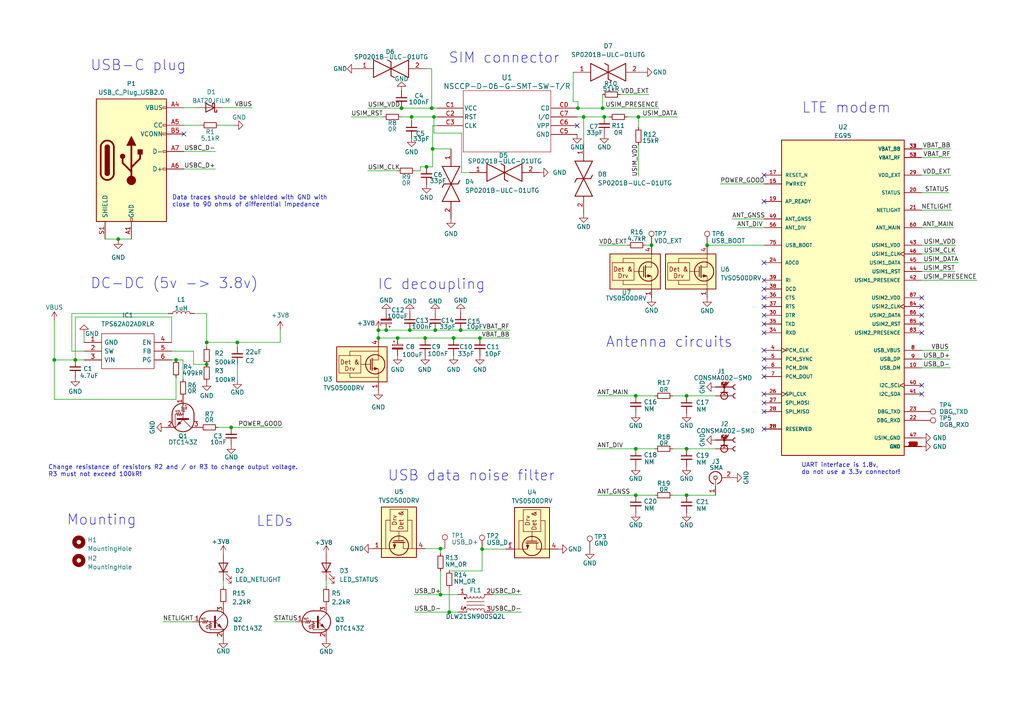
<source format=kicad_sch>
(kicad_sch (version 20230121) (generator eeschema)

  (uuid e7f5bf03-fb2c-47bf-a5e6-8bf502aef220)

  (paper "A4")

  (title_block
    (title "Project Roamer")
    (company "Liberated Embedded Systems")
  )

  

  (junction (at 184.404 143.637) (diameter 0) (color 0 0 0 0)
    (uuid 042a0471-e21e-4cf9-a449-bbbe0b4e31dc)
  )
  (junction (at 115.316 98.044) (diameter 0) (color 0 0 0 0)
    (uuid 07a1419a-9ce9-47ac-9f25-5a877a03b148)
  )
  (junction (at 112.014 95.758) (diameter 0) (color 0 0 0 0)
    (uuid 0b842d3b-3af0-4445-85a2-8938feb3239b)
  )
  (junction (at 139.827 159.258) (diameter 0) (color 0 0 0 0)
    (uuid 108c85e9-c6c0-486e-acce-02cd06277409)
  )
  (junction (at 109.728 98.044) (diameter 0) (color 0 0 0 0)
    (uuid 249cd2e5-40dc-4d86-83f1-1d36bcff2155)
  )
  (junction (at 169.291 33.909) (diameter 0) (color 0 0 0 0)
    (uuid 2799f28c-62dd-4fec-b8f9-b9ade1ddb1a7)
  )
  (junction (at 184.404 114.808) (diameter 0) (color 0 0 0 0)
    (uuid 2d292abd-a196-4a57-8168-e345b85a43e2)
  )
  (junction (at 59.944 99.314) (diameter 0) (color 0 0 0 0)
    (uuid 36e8db00-b6e8-465b-982d-28a5692fc84a)
  )
  (junction (at 184.404 130.175) (diameter 0) (color 0 0 0 0)
    (uuid 4841ed9d-4f03-47af-a04b-128d42d47199)
  )
  (junction (at 139.192 98.044) (diameter 0) (color 0 0 0 0)
    (uuid 4a77998e-9110-499d-b99b-0ca8beb92ba4)
  )
  (junction (at 21.844 104.394) (diameter 0) (color 0 0 0 0)
    (uuid 4c802de5-a62c-45b9-8919-56239038f1d4)
  )
  (junction (at 199.136 143.637) (diameter 0) (color 0 0 0 0)
    (uuid 4c82af79-d55f-4314-9a7f-35f7aa12a6a9)
  )
  (junction (at 59.944 105.664) (diameter 0) (color 0 0 0 0)
    (uuid 5996a4f0-9688-4e1a-90b3-babd210fa8d6)
  )
  (junction (at 174.752 31.369) (diameter 0) (color 0 0 0 0)
    (uuid 5a6420b8-2b0b-470d-b157-ce17b636eaee)
  )
  (junction (at 188.976 71.12) (diameter 0) (color 0 0 0 0)
    (uuid 60d57bd6-b749-4f42-adeb-f36d16ffdfee)
  )
  (junction (at 15.748 104.394) (diameter 0) (color 0 0 0 0)
    (uuid 662d7f32-fb97-41aa-ac93-f48fc05dc7a7)
  )
  (junction (at 205.105 71.12) (diameter 0) (color 0 0 0 0)
    (uuid 66b7964f-c33c-43e3-960c-f53593949cb9)
  )
  (junction (at 131.572 98.044) (diameter 0) (color 0 0 0 0)
    (uuid 6d2b738e-dbf5-438d-823f-18e2789a4004)
  )
  (junction (at 185.166 33.909) (diameter 0) (color 0 0 0 0)
    (uuid 73794637-c3fd-4e06-a39a-f6c4efd94b3f)
  )
  (junction (at 199.136 130.175) (diameter 0) (color 0 0 0 0)
    (uuid 8041df1e-37a6-4527-8ec0-8400a61212d2)
  )
  (junction (at 123.698 48.387) (diameter 0) (color 0 0 0 0)
    (uuid 864ceb9b-e94f-41ba-b473-5a5d74aff6eb)
  )
  (junction (at 109.728 95.758) (diameter 0) (color 0 0 0 0)
    (uuid 93302bdb-0704-4e0b-a8dd-9dfb1a3b9997)
  )
  (junction (at 133.604 95.758) (diameter 0) (color 0 0 0 0)
    (uuid 97963e5a-c012-437b-b9b0-c938b05f9e9b)
  )
  (junction (at 125.476 43.18) (diameter 0) (color 0 0 0 0)
    (uuid 9acf26e0-a548-4af5-94e2-666e469acbfb)
  )
  (junction (at 167.64 31.369) (diameter 0) (color 0 0 0 0)
    (uuid 9ad2ddf5-432d-436f-a84e-8e8c369898b8)
  )
  (junction (at 130.302 177.546) (diameter 0) (color 0 0 0 0)
    (uuid 9fe07d3f-b8b9-4ea8-aa09-965827fcece6)
  )
  (junction (at 118.872 95.758) (diameter 0) (color 0 0 0 0)
    (uuid b31b2ab4-1e33-4ff8-886e-c52b892174a0)
  )
  (junction (at 67.056 123.952) (diameter 0) (color 0 0 0 0)
    (uuid bee434f5-12c1-456b-a694-5d6aa6d93d20)
  )
  (junction (at 119.38 33.909) (diameter 0) (color 0 0 0 0)
    (uuid c2b3d108-8989-4b48-a897-0c96e9da9706)
  )
  (junction (at 127.762 159.131) (diameter 0) (color 0 0 0 0)
    (uuid c440c282-25f7-4f68-9ee7-d7f6e1fb242c)
  )
  (junction (at 125.222 31.369) (diameter 0) (color 0 0 0 0)
    (uuid cfa39ba7-e430-403c-8e7e-2a38a6b6cd4f)
  )
  (junction (at 68.834 99.314) (diameter 0) (color 0 0 0 0)
    (uuid d030991e-27c8-47b5-bc06-e0a527017f6c)
  )
  (junction (at 123.317 98.044) (diameter 0) (color 0 0 0 0)
    (uuid d0b29793-5a1d-4bf2-84a7-4c2b8f0a55fb)
  )
  (junction (at 125.857 33.909) (diameter 0) (color 0 0 0 0)
    (uuid d1762674-7b54-47ac-991b-e32d85ec0adc)
  )
  (junction (at 199.136 114.808) (diameter 0) (color 0 0 0 0)
    (uuid d1a2ea86-da3c-4b7e-b186-ecf50d0a39d6)
  )
  (junction (at 34.29 69.342) (diameter 0) (color 0 0 0 0)
    (uuid d7264a7e-d04f-4351-8b59-cabd586f5d0d)
  )
  (junction (at 126.238 95.758) (diameter 0) (color 0 0 0 0)
    (uuid d9741ebb-98cb-4867-9416-bb2325535329)
  )
  (junction (at 175.26 33.909) (diameter 0) (color 0 0 0 0)
    (uuid daa6e0f4-053f-4143-9153-188f93c9a287)
  )
  (junction (at 116.459 31.369) (diameter 0) (color 0 0 0 0)
    (uuid e30a2179-b596-4ce8-aea6-67b5b4a0837f)
  )
  (junction (at 127.762 172.466) (diameter 0) (color 0 0 0 0)
    (uuid e62ca165-381d-4aa2-a97b-d7b6bc254ee7)
  )
  (junction (at 51.054 104.394) (diameter 0) (color 0 0 0 0)
    (uuid f0e313f2-9291-4ca9-820b-64982e8a14cc)
  )

  (no_connect (at 221.615 119.38) (uuid 05a7c912-a068-4fca-9eab-8c05541865e2))
  (no_connect (at 221.615 91.44) (uuid 098ef58d-9c83-4e94-b159-9f6c0c821d15))
  (no_connect (at 267.335 86.36) (uuid 29aa2da9-500d-467f-a954-b165ea662d36))
  (no_connect (at 267.335 114.3) (uuid 2fcb3cff-4db3-4d18-8ea8-334a3680b13d))
  (no_connect (at 221.615 88.9) (uuid 42df1992-7708-4c2e-a2b1-bfadafe60529))
  (no_connect (at 221.615 109.22) (uuid 4354e603-7f9d-4559-ab0d-405cf48cfae6))
  (no_connect (at 221.615 114.3) (uuid 4628dff3-05d9-4f8d-adc6-ccd39a555494))
  (no_connect (at 221.615 81.28) (uuid 49e24e25-ef0a-4535-8ddb-6091aecde71a))
  (no_connect (at 267.335 111.76) (uuid 55e0c271-5fbe-48bc-8951-877cc20fd028))
  (no_connect (at 221.615 86.36) (uuid 57884747-f80f-45b4-b376-3ed85b951751))
  (no_connect (at 267.335 91.44) (uuid 5d141732-3dc4-4823-9c61-56341c6489b5))
  (no_connect (at 221.615 76.2) (uuid 60677259-31a6-425c-a2e9-c6e042564e89))
  (no_connect (at 221.615 96.52) (uuid 7786db76-f36e-493d-bf14-08fb87b4cfb7))
  (no_connect (at 221.615 106.68) (uuid 789ebabe-93fb-484e-b50a-b5e32b445969))
  (no_connect (at 267.335 93.98) (uuid 7b8e352a-c575-43ca-9083-5e9fdf049e7a))
  (no_connect (at 221.615 101.6) (uuid 86d27db5-efbd-4595-ae69-49202e8d4e2d))
  (no_connect (at 221.615 124.46) (uuid 8c4a3ea0-7568-4027-be97-fab2477998c8))
  (no_connect (at 221.615 104.14) (uuid 927688cb-4715-4226-8c85-a641f2de0f5f))
  (no_connect (at 267.335 88.9) (uuid a1f8cb88-3472-413a-8194-453d68bc142e))
  (no_connect (at 221.615 116.84) (uuid a3afcaf1-0d85-4bcb-b48c-beef9990449b))
  (no_connect (at 267.335 96.52) (uuid b0681478-bd21-4d84-844e-c81740b62703))
  (no_connect (at 221.615 50.8) (uuid c583c47f-49b7-4e4e-8008-493f5f8f0bbd))
  (no_connect (at 53.34 38.862) (uuid ca527f55-7bcf-4137-986c-55b6fde926ea))
  (no_connect (at 221.615 58.42) (uuid ceef2b62-30a9-4d16-ba8c-ea2ac879facf))
  (no_connect (at 221.615 83.82) (uuid e4045863-b097-4b22-b139-d020dbbc7d14))
  (no_connect (at 167.386 36.449) (uuid ec4b1266-4fda-48e3-9e3a-8126a57e3bb8))
  (no_connect (at 221.615 93.98) (uuid fef6a212-7061-4d20-842f-cc8186980657))

  (wire (pts (xy 125.476 43.18) (xy 125.476 48.387))
    (stroke (width 0) (type default))
    (uuid 016f9433-d5db-4039-b5ea-a91473d92ffe)
  )
  (wire (pts (xy 133.858 50.038) (xy 133.858 38.608))
    (stroke (width 0) (type default))
    (uuid 07b3f81e-d49c-4fe2-9428-4753336adf72)
  )
  (wire (pts (xy 101.854 33.909) (xy 111.252 33.909))
    (stroke (width 0) (type default))
    (uuid 083ba46c-0800-4d6e-a55a-8dae79770711)
  )
  (wire (pts (xy 123.317 159.131) (xy 127.762 159.131))
    (stroke (width 0) (type default))
    (uuid 0944d581-d69f-49a3-952b-b6550cae692b)
  )
  (wire (pts (xy 51.054 115.824) (xy 51.054 109.474))
    (stroke (width 0) (type default))
    (uuid 0973be5f-16c4-428c-80bb-8a3f2719cde1)
  )
  (wire (pts (xy 267.335 60.96) (xy 276.098 60.96))
    (stroke (width 0) (type default))
    (uuid 0a348e73-c020-462c-9ac1-aabea15c7af0)
  )
  (wire (pts (xy 120.142 172.466) (xy 127.762 172.466))
    (stroke (width 0) (type default))
    (uuid 0c39fce4-7ac0-4c9b-b343-4ba89b333cc5)
  )
  (wire (pts (xy 125.222 19.939) (xy 125.222 31.369))
    (stroke (width 0) (type default))
    (uuid 109c6953-c8fa-4beb-89ab-e8fc3b49d7d3)
  )
  (wire (pts (xy 267.335 73.66) (xy 277.241 73.66))
    (stroke (width 0) (type default))
    (uuid 10de3af6-802d-407b-9ace-a22f29da2b90)
  )
  (wire (pts (xy 68.834 99.314) (xy 81.28 99.314))
    (stroke (width 0) (type default))
    (uuid 11e96df8-6433-4721-997d-51e78b40e084)
  )
  (wire (pts (xy 106.68 49.53) (xy 115.316 49.53))
    (stroke (width 0) (type default))
    (uuid 14cb3f38-b25b-4d49-9a82-20df3506f421)
  )
  (wire (pts (xy 267.335 71.12) (xy 277.241 71.12))
    (stroke (width 0) (type default))
    (uuid 162d0b0c-49ac-4d83-936b-9aca5609cfdb)
  )
  (wire (pts (xy 125.857 33.909) (xy 126.746 33.909))
    (stroke (width 0) (type default))
    (uuid 1868796e-83e3-4634-a68f-0800fa6504e6)
  )
  (wire (pts (xy 166.243 20.955) (xy 166.243 29.464))
    (stroke (width 0) (type default))
    (uuid 192b06de-c168-4dc9-b850-d6be60edf6a0)
  )
  (wire (pts (xy 118.872 95.758) (xy 126.238 95.758))
    (stroke (width 0) (type default))
    (uuid 19ee1a99-d2ea-401c-84c4-cb06e3ae7eba)
  )
  (wire (pts (xy 167.64 29.464) (xy 167.64 31.369))
    (stroke (width 0) (type default))
    (uuid 1b06a3cf-116b-49e9-a4c1-2968e55c6598)
  )
  (wire (pts (xy 143.002 177.546) (xy 151.257 177.546))
    (stroke (width 0) (type default))
    (uuid 1c592a51-5af1-46f2-abdd-0978cea01987)
  )
  (wire (pts (xy 116.459 31.369) (xy 125.222 31.369))
    (stroke (width 0) (type default))
    (uuid 1fc85ee7-aece-46c0-a6b2-fec00e70aaf4)
  )
  (wire (pts (xy 199.136 114.808) (xy 207.518 114.808))
    (stroke (width 0) (type default))
    (uuid 20a09c66-954d-4dd9-bd94-eeef7aa4cbc9)
  )
  (wire (pts (xy 125.476 48.387) (xy 123.698 48.387))
    (stroke (width 0) (type default))
    (uuid 2223f823-ae7b-4e64-9638-dd44f3ba7622)
  )
  (wire (pts (xy 109.728 95.758) (xy 109.728 98.044))
    (stroke (width 0) (type default))
    (uuid 22482def-4517-4495-83f1-d60986f2b75f)
  )
  (wire (pts (xy 267.335 106.68) (xy 275.59 106.68))
    (stroke (width 0) (type default))
    (uuid 243e78eb-4256-43f6-a9f6-1996d251b01c)
  )
  (wire (pts (xy 24.384 101.854) (xy 20.828 101.854))
    (stroke (width 0) (type default))
    (uuid 25407507-ec15-4371-9996-a427893dcc24)
  )
  (wire (pts (xy 94.615 168.402) (xy 94.615 170.18))
    (stroke (width 0) (type default))
    (uuid 2a013bdb-46f0-4026-b4a1-c7d4eece15e3)
  )
  (wire (pts (xy 185.166 33.909) (xy 196.469 33.909))
    (stroke (width 0) (type default))
    (uuid 2a607466-5717-4fb6-a830-126715f5e057)
  )
  (wire (pts (xy 51.054 104.394) (xy 53.086 104.394))
    (stroke (width 0) (type default))
    (uuid 2c2e8857-e68d-4f83-a96e-e8a66d9e0b5e)
  )
  (wire (pts (xy 179.832 27.432) (xy 188.214 27.432))
    (stroke (width 0) (type default))
    (uuid 353a6e00-5517-4f48-bd92-0d7fe73c5552)
  )
  (wire (pts (xy 79.375 180.34) (xy 85.725 180.34))
    (stroke (width 0) (type default))
    (uuid 3a6b28c1-e471-48e7-9a80-d4b2d11b4b99)
  )
  (wire (pts (xy 167.64 31.369) (xy 174.752 31.369))
    (stroke (width 0) (type default))
    (uuid 3aa9e1ac-5e3a-4d0a-b097-d4556542524e)
  )
  (wire (pts (xy 267.335 45.72) (xy 275.717 45.72))
    (stroke (width 0) (type default))
    (uuid 3e34253e-ed9f-4fe8-8990-8023a4d7cc72)
  )
  (wire (pts (xy 139.192 98.044) (xy 131.572 98.044))
    (stroke (width 0) (type default))
    (uuid 3f59b73a-0baf-4264-9660-c05b4d8e826b)
  )
  (wire (pts (xy 59.944 90.932) (xy 59.944 99.314))
    (stroke (width 0) (type default))
    (uuid 431ae31f-38f4-44ba-9ee0-0d826b9ce84a)
  )
  (wire (pts (xy 116.332 33.909) (xy 119.38 33.909))
    (stroke (width 0) (type default))
    (uuid 443083fb-9da6-4106-85d7-406828d7e959)
  )
  (wire (pts (xy 63.5 36.322) (xy 67.945 36.322))
    (stroke (width 0) (type default))
    (uuid 46b7ef96-a908-44cf-8882-4e19177eaf3c)
  )
  (wire (pts (xy 212.344 63.5) (xy 221.615 63.5))
    (stroke (width 0) (type default))
    (uuid 488ffbfd-21d2-45be-9907-17ab725bda98)
  )
  (wire (pts (xy 208.915 53.34) (xy 221.615 53.34))
    (stroke (width 0) (type default))
    (uuid 49e50ead-6672-4512-a6d0-8fa6c66d33e0)
  )
  (wire (pts (xy 126.238 95.758) (xy 133.604 95.758))
    (stroke (width 0) (type default))
    (uuid 4a6cad79-8d2b-40c0-b318-6b74fb99cdf0)
  )
  (wire (pts (xy 139.827 159.258) (xy 146.685 159.258))
    (stroke (width 0) (type default))
    (uuid 4b33db9c-e5dc-4bf7-aa53-cc9580572d4a)
  )
  (wire (pts (xy 53.086 104.394) (xy 53.086 109.982))
    (stroke (width 0) (type default))
    (uuid 5111b0eb-3dfb-4f4f-bdd7-8f4b2ab7f8f3)
  )
  (wire (pts (xy 130.429 165.608) (xy 130.302 165.481))
    (stroke (width 0) (type default))
    (uuid 517ee6da-a164-4ceb-ad99-ace8a44a2c2e)
  )
  (wire (pts (xy 174.752 31.369) (xy 191.135 31.369))
    (stroke (width 0) (type default))
    (uuid 542c9af1-4845-4dad-a8f3-bc35a862bbd6)
  )
  (wire (pts (xy 120.396 49.53) (xy 121.92 49.53))
    (stroke (width 0) (type default))
    (uuid 5ce1f302-565c-47f7-82a4-cc520c135052)
  )
  (wire (pts (xy 267.335 104.14) (xy 275.59 104.14))
    (stroke (width 0) (type default))
    (uuid 5f56a5f8-c8ef-436a-a3f0-d1d3e32e4f4c)
  )
  (wire (pts (xy 267.335 55.88) (xy 275.209 55.88))
    (stroke (width 0) (type default))
    (uuid 61e256b2-85cc-40e0-8b74-8f54c233587e)
  )
  (wire (pts (xy 119.38 33.909) (xy 125.857 33.909))
    (stroke (width 0) (type default))
    (uuid 640b34f1-e78f-43ab-a8fb-ab37a6365b51)
  )
  (wire (pts (xy 127.762 159.131) (xy 127.762 160.528))
    (stroke (width 0) (type default))
    (uuid 69586c84-85a3-46c7-b29d-38c383017786)
  )
  (wire (pts (xy 173.736 71.12) (xy 182.118 71.12))
    (stroke (width 0) (type default))
    (uuid 6a39f7ff-db20-44af-aeb9-e043a484f58f)
  )
  (wire (pts (xy 125.476 36.449) (xy 125.476 43.18))
    (stroke (width 0) (type default))
    (uuid 6a450cc8-b009-4eb3-b494-8677cf88a327)
  )
  (wire (pts (xy 67.056 123.952) (xy 81.915 123.952))
    (stroke (width 0) (type default))
    (uuid 70d714fa-7732-40e3-b2bc-9d501918fb34)
  )
  (wire (pts (xy 267.335 76.2) (xy 278.003 76.2))
    (stroke (width 0) (type default))
    (uuid 7434c959-9658-4640-a403-c457ba7c5565)
  )
  (wire (pts (xy 184.404 114.808) (xy 189.992 114.808))
    (stroke (width 0) (type default))
    (uuid 7453db2a-5a22-4140-8907-6b6eedfe0eca)
  )
  (wire (pts (xy 267.335 81.28) (xy 283.337 81.28))
    (stroke (width 0) (type default))
    (uuid 7469e3ef-de30-4a7c-8e2f-ae590b37a9eb)
  )
  (wire (pts (xy 184.404 143.637) (xy 189.992 143.637))
    (stroke (width 0) (type default))
    (uuid 7ac0a14f-02e1-47f3-86bd-75e714f2ea5b)
  )
  (wire (pts (xy 15.748 115.824) (xy 51.054 115.824))
    (stroke (width 0) (type default))
    (uuid 7b12b8f1-d5fe-4bbc-957e-d788af2f6372)
  )
  (wire (pts (xy 187.198 71.12) (xy 188.976 71.12))
    (stroke (width 0) (type default))
    (uuid 7bf717b2-c3b6-47b7-9e88-abb5a8177a31)
  )
  (wire (pts (xy 59.944 99.314) (xy 59.944 100.584))
    (stroke (width 0) (type default))
    (uuid 7ddb8de7-33df-45ae-b77b-70ed734db02c)
  )
  (wire (pts (xy 49.784 99.314) (xy 49.784 91.948))
    (stroke (width 0) (type default))
    (uuid 81ee1c7f-233e-4145-93d8-3f21808a95ff)
  )
  (wire (pts (xy 173.228 130.175) (xy 184.404 130.175))
    (stroke (width 0) (type default))
    (uuid 8269d304-bcfc-45e5-8254-d29b03033700)
  )
  (wire (pts (xy 185.166 33.909) (xy 185.166 36.957))
    (stroke (width 0) (type default))
    (uuid 869af4db-25ce-40f7-bf30-08de7030b9fe)
  )
  (wire (pts (xy 169.291 33.909) (xy 175.26 33.909))
    (stroke (width 0) (type default))
    (uuid 8a67079c-75bd-475e-a44a-503761be5086)
  )
  (wire (pts (xy 49.784 91.948) (xy 21.844 91.948))
    (stroke (width 0) (type default))
    (uuid 8abe6bd7-9394-4908-a584-f259df544660)
  )
  (wire (pts (xy 130.429 165.608) (xy 139.827 165.608))
    (stroke (width 0) (type default))
    (uuid 8af824bd-fa75-4123-a1c9-9823718d7b8c)
  )
  (wire (pts (xy 195.072 114.808) (xy 199.136 114.808))
    (stroke (width 0) (type default))
    (uuid 8bc21f00-b4cf-4f13-9b03-eaba4a11badd)
  )
  (wire (pts (xy 125.476 43.18) (xy 130.81 43.18))
    (stroke (width 0) (type default))
    (uuid 8c4ee04a-5192-4bd2-981c-97cdb21ad311)
  )
  (wire (pts (xy 195.072 130.175) (xy 199.136 130.175))
    (stroke (width 0) (type default))
    (uuid 8c87ac72-8740-4284-91c0-7657a93d89b6)
  )
  (wire (pts (xy 55.88 180.34) (xy 47.244 180.34))
    (stroke (width 0) (type default))
    (uuid 8d95d9c9-36f6-48d9-b910-9248607a7ecb)
  )
  (wire (pts (xy 121.92 48.387) (xy 123.698 48.387))
    (stroke (width 0) (type default))
    (uuid 8f1b4e4f-4dba-4570-9dc5-d3bb139b4be5)
  )
  (wire (pts (xy 133.604 95.758) (xy 147.828 95.758))
    (stroke (width 0) (type default))
    (uuid 903839d1-5324-4e01-839b-2c39e7cc4f3d)
  )
  (wire (pts (xy 123.571 19.939) (xy 125.222 19.939))
    (stroke (width 0) (type default))
    (uuid 9089a1a2-14eb-4aae-8060-5202e104ebbd)
  )
  (wire (pts (xy 167.386 31.369) (xy 167.64 31.369))
    (stroke (width 0) (type default))
    (uuid 936179b4-582f-4024-b742-715dc3713797)
  )
  (wire (pts (xy 81.28 99.314) (xy 81.28 95.758))
    (stroke (width 0) (type default))
    (uuid 94149bb3-0230-4cc9-8a06-7f18e1ea6f1f)
  )
  (wire (pts (xy 15.748 92.964) (xy 15.748 104.394))
    (stroke (width 0) (type default))
    (uuid 94f0d30d-a571-4c0b-ac5b-bf15c65e9ef3)
  )
  (wire (pts (xy 30.48 69.342) (xy 34.29 69.342))
    (stroke (width 0) (type default))
    (uuid 95bd61a9-339a-4be0-8506-6d8d40bf65df)
  )
  (wire (pts (xy 199.136 143.637) (xy 207.518 143.637))
    (stroke (width 0) (type default))
    (uuid 96c95263-bd70-4ad3-b037-c094a8e797c0)
  )
  (wire (pts (xy 131.572 98.044) (xy 123.317 98.044))
    (stroke (width 0) (type default))
    (uuid 9906097b-0b66-4650-97df-a7952c2b2d2e)
  )
  (wire (pts (xy 169.291 41.656) (xy 169.291 33.909))
    (stroke (width 0) (type default))
    (uuid 9a665be5-951b-4f27-93cc-f3bb68994e28)
  )
  (wire (pts (xy 112.014 95.758) (xy 118.872 95.758))
    (stroke (width 0) (type default))
    (uuid 9df57fc1-d46a-4bbd-afbc-39e7660a28e2)
  )
  (wire (pts (xy 59.944 99.314) (xy 68.834 99.314))
    (stroke (width 0) (type default))
    (uuid a194d0d5-eb6c-41af-98cc-0e2e067ed087)
  )
  (wire (pts (xy 167.386 33.909) (xy 169.291 33.909))
    (stroke (width 0) (type default))
    (uuid a345a4f1-ce0d-46aa-90d5-ec414591949e)
  )
  (wire (pts (xy 53.34 43.942) (xy 62.484 43.942))
    (stroke (width 0) (type default))
    (uuid a6318b8d-ec38-48b8-bfb6-951335499080)
  )
  (wire (pts (xy 64.77 168.402) (xy 64.77 170.18))
    (stroke (width 0) (type default))
    (uuid aa2b0504-5aa9-4cad-927f-6b4895cd62fd)
  )
  (wire (pts (xy 184.404 130.175) (xy 189.992 130.175))
    (stroke (width 0) (type default))
    (uuid abfcc4a9-db87-45ad-a66b-d96507da79ed)
  )
  (wire (pts (xy 185.166 42.037) (xy 185.166 51.181))
    (stroke (width 0) (type default))
    (uuid af10e562-0025-46f3-842a-e6b6ef311b24)
  )
  (wire (pts (xy 125.857 38.608) (xy 125.857 33.909))
    (stroke (width 0) (type default))
    (uuid b10776c1-52c3-4474-9706-ff7f1e7f5a2a)
  )
  (wire (pts (xy 267.335 50.8) (xy 275.717 50.8))
    (stroke (width 0) (type default))
    (uuid b1bdc5eb-6651-4815-9f0f-c4d8de4847e4)
  )
  (wire (pts (xy 109.728 98.044) (xy 115.316 98.044))
    (stroke (width 0) (type default))
    (uuid b3300f2a-e355-483f-bb98-90208c8708c9)
  )
  (wire (pts (xy 68.834 99.314) (xy 68.834 100.584))
    (stroke (width 0) (type default))
    (uuid b59fc002-ff13-4eee-8a50-d839fe20c77b)
  )
  (wire (pts (xy 115.316 98.044) (xy 123.317 98.044))
    (stroke (width 0) (type default))
    (uuid b7b102c0-1b28-4056-93ed-231d765d6811)
  )
  (wire (pts (xy 173.228 114.808) (xy 184.404 114.808))
    (stroke (width 0) (type default))
    (uuid b829540a-d0b4-49ca-adbf-0f57eb079808)
  )
  (wire (pts (xy 174.752 27.432) (xy 174.752 31.369))
    (stroke (width 0) (type default))
    (uuid ba8ad741-ec74-4c8d-a0c9-98059acee5c3)
  )
  (wire (pts (xy 143.002 172.466) (xy 151.257 172.466))
    (stroke (width 0) (type default))
    (uuid baeee0a3-3b3e-4ce1-900c-14dff80fbada)
  )
  (wire (pts (xy 120.142 177.546) (xy 130.302 177.546))
    (stroke (width 0) (type default))
    (uuid bcb70764-9a79-4f7b-aa37-80ac97e980b5)
  )
  (wire (pts (xy 139.827 165.608) (xy 139.827 159.258))
    (stroke (width 0) (type default))
    (uuid bd7f77e6-8804-49a6-b7c9-5dec3b47d8fe)
  )
  (wire (pts (xy 34.29 69.342) (xy 34.29 69.596))
    (stroke (width 0) (type default))
    (uuid c1a67dc8-214e-462b-8621-7c935f79ad57)
  )
  (wire (pts (xy 267.335 101.6) (xy 275.209 101.6))
    (stroke (width 0) (type default))
    (uuid c6dfef69-c3ee-4c2e-b4c3-d206b67db366)
  )
  (wire (pts (xy 136.144 50.038) (xy 133.858 50.038))
    (stroke (width 0) (type default))
    (uuid c97a8676-4864-412a-b7b5-1abedb495003)
  )
  (wire (pts (xy 127.762 159.131) (xy 129.032 159.131))
    (stroke (width 0) (type default))
    (uuid c9a56d29-537e-4c03-915d-bdade0dcdda9)
  )
  (wire (pts (xy 15.748 115.824) (xy 15.748 104.394))
    (stroke (width 0) (type default))
    (uuid cc0711b2-5351-4792-a69e-1d113d404b82)
  )
  (wire (pts (xy 64.77 31.242) (xy 73.152 31.242))
    (stroke (width 0) (type default))
    (uuid cc710d27-2717-4e95-b25b-85dd19deed59)
  )
  (wire (pts (xy 109.728 95.758) (xy 112.014 95.758))
    (stroke (width 0) (type default))
    (uuid cf1726fb-7e50-4838-8ce3-8a2069d77f9a)
  )
  (wire (pts (xy 139.192 98.044) (xy 147.828 98.044))
    (stroke (width 0) (type default))
    (uuid d020a520-a626-42f1-b92d-ed0acced7c64)
  )
  (wire (pts (xy 213.741 66.04) (xy 221.615 66.04))
    (stroke (width 0) (type default))
    (uuid d04ed176-2caf-490e-a330-8091df4c2d36)
  )
  (wire (pts (xy 49.784 104.394) (xy 51.054 104.394))
    (stroke (width 0) (type default))
    (uuid d1159933-963d-4653-b331-3bca57df1d8f)
  )
  (wire (pts (xy 56.134 101.854) (xy 56.134 105.664))
    (stroke (width 0) (type default))
    (uuid d11e1087-9947-49fc-86cb-1e3c88e786be)
  )
  (wire (pts (xy 195.072 143.637) (xy 199.136 143.637))
    (stroke (width 0) (type default))
    (uuid d4dd32c3-edae-423c-a419-934d2b00cbef)
  )
  (wire (pts (xy 24.384 96.774) (xy 24.384 99.314))
    (stroke (width 0) (type default))
    (uuid d6fb14cd-da59-434a-a47f-6f9fe6c9ace9)
  )
  (wire (pts (xy 20.828 90.932) (xy 48.768 90.932))
    (stroke (width 0) (type default))
    (uuid d8ee074e-957f-4f2d-b164-756491ef692e)
  )
  (wire (pts (xy 130.302 177.546) (xy 132.842 177.546))
    (stroke (width 0) (type default))
    (uuid dafb6178-625b-40b9-8e35-323b2c6deaa7)
  )
  (wire (pts (xy 57.15 31.242) (xy 53.34 31.242))
    (stroke (width 0) (type default))
    (uuid dd890e69-1511-47b3-b73a-067cbc02dc6e)
  )
  (wire (pts (xy 15.748 104.394) (xy 21.844 104.394))
    (stroke (width 0) (type default))
    (uuid dd90930c-f552-46ac-b1f7-48d1ddb596d4)
  )
  (wire (pts (xy 130.302 170.561) (xy 130.302 177.546))
    (stroke (width 0) (type default))
    (uuid ddbafd75-5887-4eea-a2e7-5edc883a2ba2)
  )
  (wire (pts (xy 68.834 110.236) (xy 68.834 105.664))
    (stroke (width 0) (type default))
    (uuid de1f462f-42da-4e21-bb8a-51b75a28b7e2)
  )
  (wire (pts (xy 267.335 78.74) (xy 276.987 78.74))
    (stroke (width 0) (type default))
    (uuid de8bd120-989f-4c37-bcdc-ed048eed7b63)
  )
  (wire (pts (xy 133.858 38.608) (xy 125.857 38.608))
    (stroke (width 0) (type default))
    (uuid e24cf888-8309-4285-81c1-820b6376f978)
  )
  (wire (pts (xy 53.34 49.022) (xy 62.484 49.022))
    (stroke (width 0) (type default))
    (uuid e264048e-cb40-46b2-b945-9d40fc798766)
  )
  (wire (pts (xy 125.222 31.369) (xy 126.746 31.369))
    (stroke (width 0) (type default))
    (uuid e2bbeca8-3c7c-4e52-991a-8786de82cc45)
  )
  (wire (pts (xy 21.844 91.948) (xy 21.844 104.394))
    (stroke (width 0) (type default))
    (uuid e2f3bd7c-4bfd-4a98-b07a-02934ca43525)
  )
  (wire (pts (xy 125.476 36.449) (xy 126.746 36.449))
    (stroke (width 0) (type default))
    (uuid e33b6b2a-b5c3-4b0b-a4de-a6f4601e7cac)
  )
  (wire (pts (xy 199.136 130.175) (xy 207.518 130.175))
    (stroke (width 0) (type default))
    (uuid e61b547d-31b0-418c-9839-c878bcd08d27)
  )
  (wire (pts (xy 34.29 69.342) (xy 38.1 69.342))
    (stroke (width 0) (type default))
    (uuid e8390b11-4fd0-4df4-a135-2e8b04d347c7)
  )
  (wire (pts (xy 127.762 172.466) (xy 132.842 172.466))
    (stroke (width 0) (type default))
    (uuid ed0e5eea-43c0-4d75-92ac-f8809c54c3c1)
  )
  (wire (pts (xy 127.762 165.608) (xy 127.762 172.466))
    (stroke (width 0) (type default))
    (uuid ed69a4d1-ef95-492f-9c0e-9984a0bafde2)
  )
  (wire (pts (xy 121.92 49.53) (xy 121.92 48.387))
    (stroke (width 0) (type default))
    (uuid edd7268d-f79b-44f5-9a08-966e59a430dc)
  )
  (wire (pts (xy 53.34 36.322) (xy 58.42 36.322))
    (stroke (width 0) (type default))
    (uuid ef0cb1c2-8f79-4365-bd54-164624d7e504)
  )
  (wire (pts (xy 173.228 143.637) (xy 184.404 143.637))
    (stroke (width 0) (type default))
    (uuid f11e621e-cc31-4be0-a142-98b4e2259320)
  )
  (wire (pts (xy 49.784 101.854) (xy 56.134 101.854))
    (stroke (width 0) (type default))
    (uuid f18e4bff-b172-40f4-88e4-3f0fa4403ce7)
  )
  (wire (pts (xy 119.38 34.925) (xy 119.38 33.909))
    (stroke (width 0) (type default))
    (uuid f20f93f6-8327-4fb3-aaaa-a982e469faf1)
  )
  (wire (pts (xy 175.26 33.909) (xy 176.784 33.909))
    (stroke (width 0) (type default))
    (uuid f2a1f47f-8604-4c84-a40f-d62ff5676128)
  )
  (wire (pts (xy 267.335 43.18) (xy 275.717 43.18))
    (stroke (width 0) (type default))
    (uuid f4110a8e-de93-4e3a-b729-09eefddfba3d)
  )
  (wire (pts (xy 20.828 101.854) (xy 20.828 90.932))
    (stroke (width 0) (type default))
    (uuid f7356388-ca20-456f-a3df-69eafbcfba76)
  )
  (wire (pts (xy 205.105 71.12) (xy 221.615 71.12))
    (stroke (width 0) (type default))
    (uuid f7f0ef1f-9efc-4016-80af-90844a041c4c)
  )
  (wire (pts (xy 63.246 123.952) (xy 67.056 123.952))
    (stroke (width 0) (type default))
    (uuid f894d116-77b4-4179-a80f-bff88b98bceb)
  )
  (wire (pts (xy 56.388 90.932) (xy 59.944 90.932))
    (stroke (width 0) (type default))
    (uuid fa5a06ba-69c9-4b7c-b204-56951d9ec9b0)
  )
  (wire (pts (xy 56.134 105.664) (xy 59.944 105.664))
    (stroke (width 0) (type default))
    (uuid fbb43638-f890-42a3-b07f-9b3cf691441e)
  )
  (wire (pts (xy 267.335 66.04) (xy 276.606 66.04))
    (stroke (width 0) (type default))
    (uuid fc31d884-aeca-4d8b-89f8-b346ad6f0168)
  )
  (wire (pts (xy 166.243 29.464) (xy 167.64 29.464))
    (stroke (width 0) (type default))
    (uuid fc42f356-89c8-49c0-bc35-f9230b1efbee)
  )
  (wire (pts (xy 106.68 31.369) (xy 116.459 31.369))
    (stroke (width 0) (type default))
    (uuid fc863460-fe99-4abe-910f-ca8d0244f3df)
  )
  (wire (pts (xy 21.844 104.394) (xy 24.384 104.394))
    (stroke (width 0) (type default))
    (uuid fc8ef826-074d-49e9-a04e-0c35157a0f7b)
  )
  (wire (pts (xy 181.864 33.909) (xy 185.166 33.909))
    (stroke (width 0) (type default))
    (uuid fcd0f360-7287-4a8a-8067-c35111f2073d)
  )

  (text "LTE modem" (at 232.537 33.147 0)
    (effects (font (size 3 3)) (justify left bottom))
    (uuid 10856622-133d-4f7d-ac35-6cb885ce6185)
  )
  (text "SIM connector\n" (at 130.048 18.669 0)
    (effects (font (size 3 3)) (justify left bottom))
    (uuid 1f615cda-97b1-45ca-ac6b-01760d1a071c)
  )
  (text "LEDs" (at 74.295 153.035 0)
    (effects (font (size 3 3)) (justify left bottom))
    (uuid 5d1a16d1-daca-4fb8-9202-13f8ac655b04)
  )
  (text "USB-C plug" (at 26.162 20.828 0)
    (effects (font (size 3 3)) (justify left bottom))
    (uuid 997112e9-0d1c-4112-a4bc-f4e3764a24d5)
  )
  (text "IC decoupling\n" (at 109.474 84.328 0)
    (effects (font (size 3 3)) (justify left bottom))
    (uuid a6e487ce-2225-4f7e-ba17-13d3782fca51)
  )
  (text "UART interface is 1.8v, \ndo not use a 3.3v connector!"
    (at 232.41 137.795 0)
    (effects (font (size 1.27 1.27)) (justify left bottom))
    (uuid c3533279-9293-4dc5-8042-6c1508b2a49d)
  )
  (text "Mounting\n" (at 19.304 152.654 0)
    (effects (font (size 3 3)) (justify left bottom))
    (uuid ca3cbb62-a0f7-4285-a4b7-af23b86dbe37)
  )
  (text "DC-DC (5v -> 3.8v)\n" (at 26.162 84.074 0)
    (effects (font (size 3 3)) (justify left bottom))
    (uuid d3b1a4ad-ac5d-4167-af11-de6f37be6fef)
  )
  (text "USB data noise filter" (at 112.395 139.827 0)
    (effects (font (size 3 3)) (justify left bottom))
    (uuid d3ed1f5b-761c-4e84-a5fb-d339d36018b8)
  )
  (text "Antenna circuits\n" (at 175.641 101.092 0)
    (effects (font (size 3 3)) (justify left bottom))
    (uuid d89f996c-ad5d-413a-96e1-7d792b283d85)
  )
  (text "Change resistance of resistors R2 and / or R3 to change output voltage.\nR3 must not exceed 100kR!\n"
    (at 13.97 138.43 0)
    (effects (font (size 1.27 1.27)) (justify left bottom))
    (uuid e64b5d2e-4c66-4328-a131-4a92aea4aeaf)
  )
  (text "Data traces should be shielded with GND with \nclose to 90 ohms of differential impedance"
    (at 49.911 60.198 0)
    (effects (font (size 1.27 1.27)) (justify left bottom))
    (uuid fa68311b-06f8-4187-b961-a9dc9acdbc66)
  )

  (label "USIM_VDD" (at 277.241 71.12 180) (fields_autoplaced)
    (effects (font (size 1.27 1.27)) (justify right bottom))
    (uuid 030fdd0e-42a9-4f5f-9d8a-a97afaca32e0)
  )
  (label "USBC_D-" (at 151.257 177.546 180) (fields_autoplaced)
    (effects (font (size 1.27 1.27)) (justify right bottom))
    (uuid 1c1f57fb-0304-4f5c-8ca3-a9352c2c96b9)
  )
  (label "ANT_GNSS" (at 212.344 63.5 0) (fields_autoplaced)
    (effects (font (size 1.27 1.27)) (justify left bottom))
    (uuid 1cab7889-027e-4a4b-92dd-e294b9188f4d)
  )
  (label "USIM_PRESENCE" (at 191.135 31.369 180) (fields_autoplaced)
    (effects (font (size 1.27 1.27)) (justify right bottom))
    (uuid 255f5bb5-a06f-455f-8359-09a5c5c99003)
  )
  (label "VBAT_RF" (at 147.828 95.758 180) (fields_autoplaced)
    (effects (font (size 1.27 1.27)) (justify right bottom))
    (uuid 29471ccc-e479-4ee0-be47-0a0b7085be20)
  )
  (label "USIM_CLK" (at 106.68 49.53 0) (fields_autoplaced)
    (effects (font (size 1.27 1.27)) (justify left bottom))
    (uuid 29daebfb-8de7-487b-83f6-acf17a235add)
  )
  (label "USB_D+" (at 275.59 104.14 180) (fields_autoplaced)
    (effects (font (size 1.27 1.27)) (justify right bottom))
    (uuid 2a3d94f1-8f38-4608-bc2a-9c7156e94a12)
  )
  (label "VBAT_BB" (at 147.828 98.044 180) (fields_autoplaced)
    (effects (font (size 1.27 1.27)) (justify right bottom))
    (uuid 341f62f5-589d-4734-8c10-bf214a9839d8)
  )
  (label "USIM_VDD" (at 185.166 51.181 90) (fields_autoplaced)
    (effects (font (size 1.27 1.27)) (justify left bottom))
    (uuid 4079dc95-5935-4f1d-9d1d-673cd8f80ca0)
  )
  (label "USB_D+" (at 120.142 172.466 0) (fields_autoplaced)
    (effects (font (size 1.27 1.27)) (justify left bottom))
    (uuid 44ff37be-8cbb-4422-b946-d0fab880891e)
  )
  (label "STATUS" (at 79.375 180.34 0) (fields_autoplaced)
    (effects (font (size 1.27 1.27)) (justify left bottom))
    (uuid 4a8a4651-c1be-49a7-90aa-5658cbb81ad4)
  )
  (label "VBAT_RF" (at 275.717 45.72 180) (fields_autoplaced)
    (effects (font (size 1.27 1.27)) (justify right bottom))
    (uuid 4d02e272-0362-4a3f-835a-71812e889c68)
  )
  (label "ANT_DIV" (at 173.228 130.175 0) (fields_autoplaced)
    (effects (font (size 1.27 1.27)) (justify left bottom))
    (uuid 59ec6daf-4f41-4eae-ad10-48af835cfb7a)
  )
  (label "ANT_DIV" (at 213.741 66.04 0) (fields_autoplaced)
    (effects (font (size 1.27 1.27)) (justify left bottom))
    (uuid 59f9c11e-faa0-4ecc-b792-b12652ba0b50)
  )
  (label "ANT_MAIN" (at 173.228 114.808 0) (fields_autoplaced)
    (effects (font (size 1.27 1.27)) (justify left bottom))
    (uuid 633c562a-e625-49be-b7c8-5a71d1731479)
  )
  (label "USB_D-" (at 275.59 106.68 180) (fields_autoplaced)
    (effects (font (size 1.27 1.27)) (justify right bottom))
    (uuid 6a42a279-6594-4617-92c7-bb273fe60f35)
  )
  (label "POWER_GOOD" (at 81.915 123.952 180) (fields_autoplaced)
    (effects (font (size 1.27 1.27)) (justify right bottom))
    (uuid 6c9d9040-f9e3-4e7c-b136-1ced9d775058)
  )
  (label "USB_D-" (at 120.142 177.546 0) (fields_autoplaced)
    (effects (font (size 1.27 1.27)) (justify left bottom))
    (uuid 6f7874e0-6a12-428e-9af4-58be41e35bb8)
  )
  (label "ANT_MAIN" (at 276.606 66.04 180) (fields_autoplaced)
    (effects (font (size 1.27 1.27)) (justify right bottom))
    (uuid 7099675a-1fd5-45df-b988-2f9a84da9897)
  )
  (label "NETLIGHT" (at 276.098 60.96 180) (fields_autoplaced)
    (effects (font (size 1.27 1.27)) (justify right bottom))
    (uuid 73fdc481-1392-4fb3-b700-3a76369af23c)
  )
  (label "USBC_D+" (at 151.257 172.466 180) (fields_autoplaced)
    (effects (font (size 1.27 1.27)) (justify right bottom))
    (uuid 7c1aeb40-f30a-420c-8f80-f5814d7b375a)
  )
  (label "USIM_PRESENCE" (at 283.337 81.28 180) (fields_autoplaced)
    (effects (font (size 1.27 1.27)) (justify right bottom))
    (uuid 84a0f01c-7c48-4b57-ac5c-93453bdb1bed)
  )
  (label "USIM_DATA" (at 278.003 76.2 180) (fields_autoplaced)
    (effects (font (size 1.27 1.27)) (justify right bottom))
    (uuid 8b7200f7-4daf-44de-bcca-41cd41cdbb8f)
  )
  (label "USBC_D+" (at 62.484 49.022 180) (fields_autoplaced)
    (effects (font (size 1.27 1.27)) (justify right bottom))
    (uuid 91db2672-e06a-417f-95c6-62ae4ee92f7d)
  )
  (label "NETLIGHT" (at 47.244 180.34 0) (fields_autoplaced)
    (effects (font (size 1.27 1.27)) (justify left bottom))
    (uuid a4b1017a-0351-4cf1-9d64-a09fc0b28a16)
  )
  (label "VBUS" (at 73.152 31.242 180) (fields_autoplaced)
    (effects (font (size 1.27 1.27)) (justify right bottom))
    (uuid b0ffd2ef-8ac8-4825-80f7-a62a2359493b)
  )
  (label "USBC_D-" (at 62.484 43.942 180) (fields_autoplaced)
    (effects (font (size 1.27 1.27)) (justify right bottom))
    (uuid b571b294-415c-4b13-ab39-12f42873915f)
  )
  (label "VDD_EXT" (at 275.717 50.8 180) (fields_autoplaced)
    (effects (font (size 1.27 1.27)) (justify right bottom))
    (uuid b939c651-baca-4dab-b241-76ea3ae8ff21)
  )
  (label "STATUS" (at 275.209 55.88 180) (fields_autoplaced)
    (effects (font (size 1.27 1.27)) (justify right bottom))
    (uuid bdcfc669-da81-4f42-9d69-b5cc4a006bad)
  )
  (label "USIM_CLK" (at 277.241 73.66 180) (fields_autoplaced)
    (effects (font (size 1.27 1.27)) (justify right bottom))
    (uuid be36023a-e621-4ab0-a53c-6918520012f6)
  )
  (label "USIM_DATA" (at 196.469 33.909 180) (fields_autoplaced)
    (effects (font (size 1.27 1.27)) (justify right bottom))
    (uuid c58f6959-ff28-48f6-936a-ae0c0ef60ab2)
  )
  (label "VBAT_BB" (at 275.717 43.18 180) (fields_autoplaced)
    (effects (font (size 1.27 1.27)) (justify right bottom))
    (uuid c82d18a3-5e0e-4e56-a101-ab1fefd0fdac)
  )
  (label "VBUS" (at 275.209 101.6 180) (fields_autoplaced)
    (effects (font (size 1.27 1.27)) (justify right bottom))
    (uuid cc4e7e37-ae6a-4bea-a02e-d92b5e4df412)
  )
  (label "USIM_VDD" (at 106.68 31.369 0) (fields_autoplaced)
    (effects (font (size 1.27 1.27)) (justify left bottom))
    (uuid cf62d78d-5f2d-496c-af64-74365a412979)
  )
  (label "VDD_EXT" (at 188.214 27.432 180) (fields_autoplaced)
    (effects (font (size 1.27 1.27)) (justify right bottom))
    (uuid dd4e481b-f5b2-4b82-9df0-a07179bbd99e)
  )
  (label "USIM_RST" (at 101.854 33.909 0) (fields_autoplaced)
    (effects (font (size 1.27 1.27)) (justify left bottom))
    (uuid e97fc6f9-74f3-4a24-a312-65ea67586244)
  )
  (label "ANT_GNSS" (at 173.228 143.637 0) (fields_autoplaced)
    (effects (font (size 1.27 1.27)) (justify left bottom))
    (uuid f22bc7e2-51c7-4426-95b2-620e2f4814d6)
  )
  (label "VDD_EXT" (at 173.736 71.12 0) (fields_autoplaced)
    (effects (font (size 1.27 1.27)) (justify left bottom))
    (uuid f357f920-21ab-4c10-b948-8ca7d7791e95)
  )
  (label "USIM_RST" (at 276.987 78.74 180) (fields_autoplaced)
    (effects (font (size 1.27 1.27)) (justify right bottom))
    (uuid fcaf79c5-8fd4-4846-b15b-c83a0af83477)
  )
  (label "POWER_GOOD" (at 208.915 53.34 0) (fields_autoplaced)
    (effects (font (size 1.27 1.27)) (justify left bottom))
    (uuid fcdbaf88-a477-4450-ad66-5b029ba2f28e)
  )

  (symbol (lib_id "power:GND") (at 123.317 103.124 0) (unit 1)
    (in_bom yes) (on_board yes) (dnp no)
    (uuid 06c2399e-462d-4b78-8cae-1501c2ae7839)
    (property "Reference" "#PWR03" (at 123.317 109.474 0)
      (effects (font (size 1.27 1.27)) hide)
    )
    (property "Value" "GND" (at 125.222 107.188 0)
      (effects (font (size 1.27 1.27)) (justify right))
    )
    (property "Footprint" "" (at 123.317 103.124 0)
      (effects (font (size 1.27 1.27)) hide)
    )
    (property "Datasheet" "" (at 123.317 103.124 0)
      (effects (font (size 1.27 1.27)) hide)
    )
    (pin "1" (uuid bc6272e1-93f9-4281-bcd5-ad90543464df))
    (instances
      (project "Roamer"
        (path "/e7f5bf03-fb2c-47bf-a5e6-8bf502aef220"
          (reference "#PWR03") (unit 1)
        )
      )
    )
  )

  (symbol (lib_id "Device:R_Small") (at 53.086 112.522 0) (unit 1)
    (in_bom yes) (on_board yes) (dnp no)
    (uuid 07398bf2-a4b0-456d-b59a-0d3d1b836125)
    (property "Reference" "R6" (at 54.356 111.76 0)
      (effects (font (size 1.27 1.27)) (justify left))
    )
    (property "Value" "0R" (at 54.356 113.411 0)
      (effects (font (size 1.27 1.27)) (justify left))
    )
    (property "Footprint" "Resistor_SMD:R_0603_1608Metric" (at 53.086 112.522 0)
      (effects (font (size 1.27 1.27)) hide)
    )
    (property "Datasheet" "~" (at 53.086 112.522 0)
      (effects (font (size 1.27 1.27)) hide)
    )
    (pin "1" (uuid 7773cb73-9fb6-4fd9-949d-789fb08cee76))
    (pin "2" (uuid ad583c30-de0e-4513-ab7d-e64d16c8e11a))
    (instances
      (project "Roamer"
        (path "/e7f5bf03-fb2c-47bf-a5e6-8bf502aef220"
          (reference "R6") (unit 1)
        )
      )
    )
  )

  (symbol (lib_id "Transistor_BJT:DTC143Z") (at 62.23 180.34 0) (unit 1)
    (in_bom yes) (on_board yes) (dnp no) (fields_autoplaced)
    (uuid 079c2c69-fe66-4bf8-b630-2a3e8b1dfa4d)
    (property "Reference" "Q2" (at 67.564 179.705 0)
      (effects (font (size 1.27 1.27)) (justify left))
    )
    (property "Value" "DTC143Z" (at 67.564 182.245 0)
      (effects (font (size 1.27 1.27)) (justify left))
    )
    (property "Footprint" "DTC143ZMT2L:SOTFL3P40_120X120X55L30X32N" (at 62.23 180.34 0)
      (effects (font (size 1.27 1.27)) (justify left) hide)
    )
    (property "Datasheet" "" (at 62.23 180.34 0)
      (effects (font (size 1.27 1.27)) (justify left) hide)
    )
    (pin "1" (uuid e3e45c28-4abc-4dea-af2b-1cd9ff63b75e))
    (pin "2" (uuid 9db23f5e-245c-43d6-be7e-24db320e7766))
    (pin "3" (uuid 5192ad1a-ae38-4eb7-9ad0-f12addf7e753))
    (instances
      (project "Roamer"
        (path "/e7f5bf03-fb2c-47bf-a5e6-8bf502aef220"
          (reference "Q2") (unit 1)
        )
      )
    )
  )

  (symbol (lib_id "Power_Protection:TVS0500DRV") (at 154.305 159.258 270) (unit 1)
    (in_bom yes) (on_board yes) (dnp no) (fields_autoplaced)
    (uuid 0942dfca-44ea-4fcb-892a-adcc75baa0d8)
    (property "Reference" "U4" (at 154.305 142.748 90)
      (effects (font (size 1.27 1.27)))
    )
    (property "Value" "TVS0500DRV" (at 154.305 145.288 90)
      (effects (font (size 1.27 1.27)))
    )
    (property "Footprint" "Package_SON:WSON-6-1EP_2x2mm_P0.65mm_EP1x1.6mm" (at 145.415 164.338 0)
      (effects (font (size 1.27 1.27)) hide)
    )
    (property "Datasheet" "http://www.ti.com/lit/ds/symlink/tvs0500.pdf" (at 154.305 156.718 0)
      (effects (font (size 1.27 1.27)) hide)
    )
    (pin "1" (uuid f0344121-d306-4852-bc9e-96a72d34b7b5))
    (pin "2" (uuid fc86d3a8-2e6d-4d7c-ba5f-5c8b3f388850))
    (pin "3" (uuid f85214f0-089e-4e36-a5ca-db817c725ff2))
    (pin "4" (uuid f81efb68-f344-4a96-a26d-b79ee07ba083))
    (pin "5" (uuid 04f2f219-c686-4f4c-8532-d1aca7241602))
    (pin "6" (uuid d7976263-08df-4c57-a278-4c4c207b5732))
    (pin "7" (uuid f9ce1733-e703-441b-97df-943a604cd830))
    (instances
      (project "Roamer"
        (path "/e7f5bf03-fb2c-47bf-a5e6-8bf502aef220"
          (reference "U4") (unit 1)
        )
      )
    )
  )

  (symbol (lib_id "Connector:Conn_Coaxial") (at 207.518 138.557 90) (unit 1)
    (in_bom yes) (on_board yes) (dnp no)
    (uuid 0a40f818-434f-42e1-8023-b94a003b0d64)
    (property "Reference" "J3" (at 208.788 133.858 90)
      (effects (font (size 1.27 1.27)) (justify left))
    )
    (property "Value" "SMA" (at 209.7162 135.636 90)
      (effects (font (size 1.27 1.27)) (justify left))
    )
    (property "Footprint" "Connector_Coaxial:U.FL_Hirose_U.FL-R-SMT-1_Vertical" (at 207.518 138.557 0)
      (effects (font (size 1.27 1.27)) hide)
    )
    (property "Datasheet" " ~" (at 207.518 138.557 0)
      (effects (font (size 1.27 1.27)) hide)
    )
    (pin "1" (uuid 69d486a9-c904-4be4-8309-ccd497db9d1c))
    (pin "2" (uuid a73d0246-eb4d-4d1d-90f6-55adb122b0f3))
    (instances
      (project "Roamer"
        (path "/e7f5bf03-fb2c-47bf-a5e6-8bf502aef220"
          (reference "J3") (unit 1)
        )
      )
    )
  )

  (symbol (lib_id "Connector:USB_C_Plug_USB2.0") (at 38.1 46.482 0) (unit 1)
    (in_bom yes) (on_board yes) (dnp no) (fields_autoplaced)
    (uuid 0dcaec53-9d05-4a0e-9a06-34b6fc261cee)
    (property "Reference" "P1" (at 38.1 24.257 0)
      (effects (font (size 1.27 1.27)))
    )
    (property "Value" "USB_C_Plug_USB2.0" (at 38.1 26.797 0)
      (effects (font (size 1.27 1.27)))
    )
    (property "Footprint" "Connector_USB:USB_C_Plug_Molex_105444" (at 41.91 46.482 0)
      (effects (font (size 1.27 1.27)) hide)
    )
    (property "Datasheet" "https://www.usb.org/sites/default/files/documents/usb_type-c.zip" (at 41.91 46.482 0)
      (effects (font (size 1.27 1.27)) hide)
    )
    (pin "A1" (uuid 614e1b26-8f10-49b7-a64a-eb7c5df5fb80))
    (pin "A12" (uuid 64b86aa7-9f5f-4c73-80fe-82fc498ae1d3))
    (pin "A4" (uuid 49fab087-3df6-442f-a17a-a89fc48f8738))
    (pin "A5" (uuid 8ceb3237-d42b-48d7-8a2a-69539c06d052))
    (pin "A6" (uuid f7d1e95e-c812-4526-9ca5-9d6c1b43000a))
    (pin "A7" (uuid 205912ac-f964-4312-8732-75b624fff5a6))
    (pin "A9" (uuid c92e52bc-1111-4526-9a12-0c9780ad8259))
    (pin "B1" (uuid a86585c3-1e10-4720-b0bc-0b5cc74bfa40))
    (pin "B12" (uuid e8f36c75-230c-4983-8394-9e6809c7c601))
    (pin "B4" (uuid 8c0b9c03-c51a-4f90-9f83-682489e3d710))
    (pin "B5" (uuid 5abad1e2-4b36-43bf-ad64-8d42301cf5f6))
    (pin "B9" (uuid a00c8a17-493f-4db8-9885-ec2181689b73))
    (pin "S1" (uuid db5145c7-1a6b-400e-b256-5cafd1bc47e8))
    (instances
      (project "Roamer"
        (path "/e7f5bf03-fb2c-47bf-a5e6-8bf502aef220"
          (reference "P1") (unit 1)
        )
      )
    )
  )

  (symbol (lib_id "power:GND") (at 68.834 110.236 0) (unit 1)
    (in_bom yes) (on_board yes) (dnp no)
    (uuid 1181cff8-af6c-46f5-b38b-d5b7a6328770)
    (property "Reference" "#PWR013" (at 68.834 116.586 0)
      (effects (font (size 1.27 1.27)) hide)
    )
    (property "Value" "GND" (at 68.834 113.792 0)
      (effects (font (size 1.27 1.27)))
    )
    (property "Footprint" "" (at 68.834 110.236 0)
      (effects (font (size 1.27 1.27)) hide)
    )
    (property "Datasheet" "" (at 68.834 110.236 0)
      (effects (font (size 1.27 1.27)) hide)
    )
    (pin "1" (uuid 0431afae-6d27-4993-8080-49f51ca0431d))
    (instances
      (project "Roamer"
        (path "/e7f5bf03-fb2c-47bf-a5e6-8bf502aef220"
          (reference "#PWR013") (unit 1)
        )
      )
    )
  )

  (symbol (lib_id "Device:R_Small") (at 117.856 49.53 90) (unit 1)
    (in_bom yes) (on_board yes) (dnp no)
    (uuid 1513979a-9efc-4e7c-9d42-0062cf2f701c)
    (property "Reference" "R9" (at 117.856 51.308 90)
      (effects (font (size 1.27 1.27)))
    )
    (property "Value" "0R" (at 117.856 53.086 90)
      (effects (font (size 1.27 1.27)))
    )
    (property "Footprint" "Resistor_SMD:R_0603_1608Metric" (at 117.856 49.53 0)
      (effects (font (size 1.27 1.27)) hide)
    )
    (property "Datasheet" "~" (at 117.856 49.53 0)
      (effects (font (size 1.27 1.27)) hide)
    )
    (pin "1" (uuid cf220af5-03ee-45eb-b69e-ff4b6a95fb3b))
    (pin "2" (uuid 11df6754-ab84-4da1-b5f1-fe37a3118110))
    (instances
      (project "Roamer"
        (path "/e7f5bf03-fb2c-47bf-a5e6-8bf502aef220"
          (reference "R9") (unit 1)
        )
      )
    )
  )

  (symbol (lib_id "power:GND") (at 186.563 20.955 90) (unit 1)
    (in_bom yes) (on_board yes) (dnp no)
    (uuid 1a1663ee-a12d-45d1-ab10-d2579fa3e4fa)
    (property "Reference" "#PWR048" (at 192.913 20.955 0)
      (effects (font (size 1.27 1.27)) hide)
    )
    (property "Value" "GND" (at 189.357 20.955 90)
      (effects (font (size 1.27 1.27)) (justify right))
    )
    (property "Footprint" "" (at 186.563 20.955 0)
      (effects (font (size 1.27 1.27)) hide)
    )
    (property "Datasheet" "" (at 186.563 20.955 0)
      (effects (font (size 1.27 1.27)) hide)
    )
    (pin "1" (uuid 8f815a5a-85f6-41b2-b196-edfe7d8d485a))
    (instances
      (project "Roamer"
        (path "/e7f5bf03-fb2c-47bf-a5e6-8bf502aef220"
          (reference "#PWR048") (unit 1)
        )
      )
    )
  )

  (symbol (lib_id "Device:R_Small") (at 192.532 143.637 90) (unit 1)
    (in_bom yes) (on_board yes) (dnp no)
    (uuid 1c39bbee-da94-42e7-a732-765cf6d74ee6)
    (property "Reference" "R19" (at 192.532 140.208 90)
      (effects (font (size 1.27 1.27)))
    )
    (property "Value" "0R" (at 192.532 141.986 90)
      (effects (font (size 1.27 1.27)))
    )
    (property "Footprint" "Resistor_SMD:R_0603_1608Metric_Pad0.98x0.95mm_HandSolder" (at 192.532 143.637 0)
      (effects (font (size 1.27 1.27)) hide)
    )
    (property "Datasheet" "~" (at 192.532 143.637 0)
      (effects (font (size 1.27 1.27)) hide)
    )
    (pin "1" (uuid cae855ea-469c-419d-8731-e918c1935398))
    (pin "2" (uuid f1cfad3f-6d85-4d11-8465-32d9e2787a6b))
    (instances
      (project "Roamer"
        (path "/e7f5bf03-fb2c-47bf-a5e6-8bf502aef220"
          (reference "R19") (unit 1)
        )
      )
    )
  )

  (symbol (lib_id "Device:C_Small") (at 67.056 126.492 180) (unit 1)
    (in_bom yes) (on_board yes) (dnp no)
    (uuid 1c3b0d0f-f23a-4af2-844a-11c01566f5cc)
    (property "Reference" "C3" (at 64.516 126.492 0)
      (effects (font (size 1.27 1.27)) (justify left))
    )
    (property "Value" "10nF" (at 65.786 128.27 0)
      (effects (font (size 1.27 1.27)) (justify left))
    )
    (property "Footprint" "Capacitor_SMD:C_0805_2012Metric" (at 67.056 126.492 0)
      (effects (font (size 1.27 1.27)) hide)
    )
    (property "Datasheet" "~" (at 67.056 126.492 0)
      (effects (font (size 1.27 1.27)) hide)
    )
    (pin "1" (uuid 6a23220b-26f8-4293-9b11-4a6ef584522e))
    (pin "2" (uuid 1f341900-4216-4c7a-ab9e-e391a01ce3db))
    (instances
      (project "Roamer"
        (path "/e7f5bf03-fb2c-47bf-a5e6-8bf502aef220"
          (reference "C3") (unit 1)
        )
      )
    )
  )

  (symbol (lib_id "Device:C_Small") (at 184.404 132.715 0) (unit 1)
    (in_bom yes) (on_board yes) (dnp no)
    (uuid 1c6fdaf6-48ad-4757-880f-7ce002078964)
    (property "Reference" "C18" (at 186.69 131.953 0)
      (effects (font (size 1.27 1.27)) (justify left))
    )
    (property "Value" "NM" (at 186.817 133.985 0)
      (effects (font (size 1.27 1.27)) (justify left))
    )
    (property "Footprint" "Resistor_SMD:R_0603_1608Metric_Pad0.98x0.95mm_HandSolder" (at 184.404 132.715 0)
      (effects (font (size 1.27 1.27)) hide)
    )
    (property "Datasheet" "~" (at 184.404 132.715 0)
      (effects (font (size 1.27 1.27)) hide)
    )
    (pin "1" (uuid 53a9bc79-5daf-4483-8a9b-852445108751))
    (pin "2" (uuid 870d78b0-3e3e-4531-a853-b79bd21f64a9))
    (instances
      (project "Roamer"
        (path "/e7f5bf03-fb2c-47bf-a5e6-8bf502aef220"
          (reference "C18") (unit 1)
        )
      )
    )
  )

  (symbol (lib_id "power:GND") (at 199.136 119.888 0) (unit 1)
    (in_bom yes) (on_board yes) (dnp no)
    (uuid 20d3f54a-d3b1-40d2-8866-c4783414505a)
    (property "Reference" "#PWR035" (at 199.136 126.238 0)
      (effects (font (size 1.27 1.27)) hide)
    )
    (property "Value" "GND" (at 199.136 123.444 0)
      (effects (font (size 1.27 1.27)))
    )
    (property "Footprint" "" (at 199.136 119.888 0)
      (effects (font (size 1.27 1.27)) hide)
    )
    (property "Datasheet" "" (at 199.136 119.888 0)
      (effects (font (size 1.27 1.27)) hide)
    )
    (pin "1" (uuid 0f67463d-48a3-4459-a2b2-512b7e2f5b60))
    (instances
      (project "Roamer"
        (path "/e7f5bf03-fb2c-47bf-a5e6-8bf502aef220"
          (reference "#PWR035") (unit 1)
        )
      )
    )
  )

  (symbol (lib_id "power:GND") (at 34.29 69.596 0) (unit 1)
    (in_bom yes) (on_board yes) (dnp no)
    (uuid 23edcf3f-b4f7-4c9c-8b20-5bd494a12693)
    (property "Reference" "#PWR06" (at 34.29 75.946 0)
      (effects (font (size 1.27 1.27)) hide)
    )
    (property "Value" "GND" (at 34.29 74.676 0)
      (effects (font (size 1.27 1.27)))
    )
    (property "Footprint" "" (at 34.29 69.596 0)
      (effects (font (size 1.27 1.27)) hide)
    )
    (property "Datasheet" "" (at 34.29 69.596 0)
      (effects (font (size 1.27 1.27)) hide)
    )
    (pin "1" (uuid 253e8f16-f994-459a-86b0-689fd2198026))
    (instances
      (project "Roamer"
        (path "/e7f5bf03-fb2c-47bf-a5e6-8bf502aef220"
          (reference "#PWR06") (unit 1)
        )
      )
    )
  )

  (symbol (lib_id "power:GND") (at 115.316 103.124 0) (unit 1)
    (in_bom yes) (on_board yes) (dnp no)
    (uuid 252821d7-50e9-4db6-bccd-899861faedc1)
    (property "Reference" "#PWR01" (at 115.316 109.474 0)
      (effects (font (size 1.27 1.27)) hide)
    )
    (property "Value" "GND" (at 117.348 107.188 0)
      (effects (font (size 1.27 1.27)) (justify right))
    )
    (property "Footprint" "" (at 115.316 103.124 0)
      (effects (font (size 1.27 1.27)) hide)
    )
    (property "Datasheet" "" (at 115.316 103.124 0)
      (effects (font (size 1.27 1.27)) hide)
    )
    (pin "1" (uuid f016b180-0b61-48a7-9849-0cf49fc94b93))
    (instances
      (project "Roamer"
        (path "/e7f5bf03-fb2c-47bf-a5e6-8bf502aef220"
          (reference "#PWR01") (unit 1)
        )
      )
    )
  )

  (symbol (lib_id "Connector:TestPoint") (at 205.105 71.12 0) (unit 1)
    (in_bom yes) (on_board yes) (dnp no)
    (uuid 253f5d4d-14f4-433d-ac03-d28034870e41)
    (property "Reference" "TP6" (at 206.502 67.818 0)
      (effects (font (size 1.27 1.27)) (justify left))
    )
    (property "Value" "USB_BOOT" (at 206.248 69.85 0)
      (effects (font (size 1.27 1.27)) (justify left))
    )
    (property "Footprint" "TestPoint:TestPoint_Pad_1.0x1.0mm" (at 210.185 71.12 0)
      (effects (font (size 1.27 1.27)) hide)
    )
    (property "Datasheet" "~" (at 210.185 71.12 0)
      (effects (font (size 1.27 1.27)) hide)
    )
    (pin "1" (uuid b2b80f5d-0cba-4895-ae45-fd55e25ebc16))
    (instances
      (project "Roamer"
        (path "/e7f5bf03-fb2c-47bf-a5e6-8bf502aef220"
          (reference "TP6") (unit 1)
        )
      )
    )
  )

  (symbol (lib_id "Device:R_Small") (at 130.302 168.021 0) (unit 1)
    (in_bom yes) (on_board yes) (dnp no)
    (uuid 266644c5-3c78-46b6-8155-5463a88a391f)
    (property "Reference" "R14" (at 131.572 166.751 0)
      (effects (font (size 1.27 1.27)) (justify left))
    )
    (property "Value" "NM_0R" (at 131.572 168.656 0)
      (effects (font (size 1.27 1.27)) (justify left))
    )
    (property "Footprint" "Resistor_SMD:R_0603_1608Metric" (at 130.302 168.021 0)
      (effects (font (size 1.27 1.27)) hide)
    )
    (property "Datasheet" "~" (at 130.302 168.021 0)
      (effects (font (size 1.27 1.27)) hide)
    )
    (pin "1" (uuid 07a807da-f325-4fba-a2df-3b4b500b7260))
    (pin "2" (uuid caf9423a-d251-4279-b0e7-a47a7bde3187))
    (instances
      (project "Roamer"
        (path "/e7f5bf03-fb2c-47bf-a5e6-8bf502aef220"
          (reference "R14") (unit 1)
        )
      )
    )
  )

  (symbol (lib_id "Device:C_Small") (at 133.604 93.218 0) (unit 1)
    (in_bom yes) (on_board yes) (dnp no)
    (uuid 270dc070-3abf-4425-9c7c-cc323b7f325e)
    (property "Reference" "C15" (at 137.414 93.218 0)
      (effects (font (size 1.27 1.27)))
    )
    (property "Value" "10pF" (at 137.668 94.742 0)
      (effects (font (size 1.27 1.27)))
    )
    (property "Footprint" "Capacitor_SMD:C_0603_1608Metric" (at 133.604 93.218 0)
      (effects (font (size 1.27 1.27)) hide)
    )
    (property "Datasheet" "~" (at 133.604 93.218 0)
      (effects (font (size 1.27 1.27)) hide)
    )
    (pin "1" (uuid 18d92d88-0276-4927-a832-a97a19fe1ef6))
    (pin "2" (uuid ffae03b2-003c-4fa5-a174-0950ae1715fc))
    (instances
      (project "Roamer"
        (path "/e7f5bf03-fb2c-47bf-a5e6-8bf502aef220"
          (reference "C15") (unit 1)
        )
      )
    )
  )

  (symbol (lib_id "Device:C_Small") (at 116.459 28.829 0) (unit 1)
    (in_bom yes) (on_board yes) (dnp no)
    (uuid 294ff6fd-91fd-4eb9-9a6e-13259d2f77c9)
    (property "Reference" "C4" (at 121.539 27.813 0)
      (effects (font (size 1.27 1.27)))
    )
    (property "Value" "100nF" (at 121.539 29.591 0)
      (effects (font (size 1.27 1.27)))
    )
    (property "Footprint" "Capacitor_SMD:C_0603_1608Metric" (at 116.459 28.829 0)
      (effects (font (size 1.27 1.27)) hide)
    )
    (property "Datasheet" "~" (at 116.459 28.829 0)
      (effects (font (size 1.27 1.27)) hide)
    )
    (pin "1" (uuid 29a76edf-fed1-47fd-bd80-5cf6e958d70a))
    (pin "2" (uuid efe0bc33-f973-44d6-b390-9988fc482542))
    (instances
      (project "Roamer"
        (path "/e7f5bf03-fb2c-47bf-a5e6-8bf502aef220"
          (reference "C4") (unit 1)
        )
      )
    )
  )

  (symbol (lib_id "power:GND") (at 133.604 90.678 180) (unit 1)
    (in_bom yes) (on_board yes) (dnp no)
    (uuid 2d5e5834-a7d7-4a51-a5d7-59f6bf447ce9)
    (property "Reference" "#PWR02" (at 133.604 84.328 0)
      (effects (font (size 1.27 1.27)) hide)
    )
    (property "Value" "GND" (at 131.572 87.122 0)
      (effects (font (size 1.27 1.27)) (justify right))
    )
    (property "Footprint" "" (at 133.604 90.678 0)
      (effects (font (size 1.27 1.27)) hide)
    )
    (property "Datasheet" "" (at 133.604 90.678 0)
      (effects (font (size 1.27 1.27)) hide)
    )
    (pin "1" (uuid 328872c6-f582-403e-8db2-d3b6c90922e9))
    (instances
      (project "Roamer"
        (path "/e7f5bf03-fb2c-47bf-a5e6-8bf502aef220"
          (reference "#PWR02") (unit 1)
        )
      )
    )
  )

  (symbol (lib_id "Connector:TestPoint") (at 188.976 71.12 0) (unit 1)
    (in_bom yes) (on_board yes) (dnp no)
    (uuid 2dd0dc5d-641f-4ee8-90c7-a74f8482bf77)
    (property "Reference" "TP7" (at 189.738 67.818 0)
      (effects (font (size 1.27 1.27)) (justify left))
    )
    (property "Value" "VDD_EXT" (at 189.738 69.85 0)
      (effects (font (size 1.27 1.27)) (justify left))
    )
    (property "Footprint" "TestPoint:TestPoint_Pad_1.0x1.0mm" (at 194.056 71.12 0)
      (effects (font (size 1.27 1.27)) hide)
    )
    (property "Datasheet" "~" (at 194.056 71.12 0)
      (effects (font (size 1.27 1.27)) hide)
    )
    (pin "1" (uuid 30f2f03d-5553-4593-b54a-0762f36f563b))
    (instances
      (project "Roamer"
        (path "/e7f5bf03-fb2c-47bf-a5e6-8bf502aef220"
          (reference "TP7") (unit 1)
        )
      )
    )
  )

  (symbol (lib_id "power:GND") (at 184.404 135.255 0) (unit 1)
    (in_bom yes) (on_board yes) (dnp no)
    (uuid 3091ad26-5671-42e0-b423-a20e8de2ab78)
    (property "Reference" "#PWR036" (at 184.404 141.605 0)
      (effects (font (size 1.27 1.27)) hide)
    )
    (property "Value" "GND" (at 184.404 138.811 0)
      (effects (font (size 1.27 1.27)))
    )
    (property "Footprint" "" (at 184.404 135.255 0)
      (effects (font (size 1.27 1.27)) hide)
    )
    (property "Datasheet" "" (at 184.404 135.255 0)
      (effects (font (size 1.27 1.27)) hide)
    )
    (pin "1" (uuid fa6da892-402d-4ed8-a65d-2e17ac08b488))
    (instances
      (project "Roamer"
        (path "/e7f5bf03-fb2c-47bf-a5e6-8bf502aef220"
          (reference "#PWR036") (unit 1)
        )
      )
    )
  )

  (symbol (lib_id "Device:C_Small") (at 199.136 146.177 0) (unit 1)
    (in_bom yes) (on_board yes) (dnp no)
    (uuid 318e9b73-9307-48b0-b8a8-21f410d2d1ba)
    (property "Reference" "C21" (at 201.803 145.5483 0)
      (effects (font (size 1.27 1.27)) (justify left))
    )
    (property "Value" "NM" (at 201.93 147.574 0)
      (effects (font (size 1.27 1.27)) (justify left))
    )
    (property "Footprint" "Resistor_SMD:R_0603_1608Metric_Pad0.98x0.95mm_HandSolder" (at 199.136 146.177 0)
      (effects (font (size 1.27 1.27)) hide)
    )
    (property "Datasheet" "~" (at 199.136 146.177 0)
      (effects (font (size 1.27 1.27)) hide)
    )
    (pin "1" (uuid 819dd500-f6c8-477d-af88-50552062d5fc))
    (pin "2" (uuid ade6e5b2-69ae-4019-b4d7-3021207b3e4d))
    (instances
      (project "Roamer"
        (path "/e7f5bf03-fb2c-47bf-a5e6-8bf502aef220"
          (reference "C21") (unit 1)
        )
      )
    )
  )

  (symbol (lib_id "Device:R_Small") (at 185.166 39.497 0) (unit 1)
    (in_bom yes) (on_board yes) (dnp no)
    (uuid 32043908-169f-45ad-9650-e1d506b39f63)
    (property "Reference" "R12" (at 188.468 38.989 0)
      (effects (font (size 1.27 1.27)))
    )
    (property "Value" "15kR" (at 188.722 40.767 0)
      (effects (font (size 1.27 1.27)))
    )
    (property "Footprint" "Resistor_SMD:R_0805_2012Metric" (at 185.166 39.497 0)
      (effects (font (size 1.27 1.27)) hide)
    )
    (property "Datasheet" "~" (at 185.166 39.497 0)
      (effects (font (size 1.27 1.27)) hide)
    )
    (pin "1" (uuid e08975b6-6841-469f-9a58-32e2cea9cfa2))
    (pin "2" (uuid a4715261-2476-44c1-9152-9216b29209c2))
    (instances
      (project "Roamer"
        (path "/e7f5bf03-fb2c-47bf-a5e6-8bf502aef220"
          (reference "R12") (unit 1)
        )
      )
    )
  )

  (symbol (lib_id "power:+3V8") (at 81.28 95.758 0) (unit 1)
    (in_bom yes) (on_board yes) (dnp no) (fields_autoplaced)
    (uuid 36e1a1ee-b514-4d64-b8c1-9a4dd1a4b1a0)
    (property "Reference" "#PWR07" (at 81.28 99.568 0)
      (effects (font (size 1.27 1.27)) hide)
    )
    (property "Value" "+3V8" (at 81.28 91.44 0)
      (effects (font (size 1.27 1.27)))
    )
    (property "Footprint" "" (at 81.28 95.758 0)
      (effects (font (size 1.27 1.27)) hide)
    )
    (property "Datasheet" "" (at 81.28 95.758 0)
      (effects (font (size 1.27 1.27)) hide)
    )
    (pin "1" (uuid 35428630-944c-4bb3-90db-0ae81838d0a7))
    (instances
      (project "Roamer"
        (path "/e7f5bf03-fb2c-47bf-a5e6-8bf502aef220"
          (reference "#PWR07") (unit 1)
        )
      )
    )
  )

  (symbol (lib_id "Power_Protection:TVS0500DRV") (at 115.697 159.131 270) (unit 1)
    (in_bom yes) (on_board yes) (dnp no) (fields_autoplaced)
    (uuid 398a2f40-0a4d-4ad5-8100-9462622d03ef)
    (property "Reference" "U5" (at 115.697 142.621 90)
      (effects (font (size 1.27 1.27)))
    )
    (property "Value" "TVS0500DRV" (at 115.697 145.161 90)
      (effects (font (size 1.27 1.27)))
    )
    (property "Footprint" "Package_SON:WSON-6-1EP_2x2mm_P0.65mm_EP1x1.6mm" (at 106.807 164.211 0)
      (effects (font (size 1.27 1.27)) hide)
    )
    (property "Datasheet" "http://www.ti.com/lit/ds/symlink/tvs0500.pdf" (at 115.697 156.591 0)
      (effects (font (size 1.27 1.27)) hide)
    )
    (pin "1" (uuid 145c438c-25d7-4752-93dd-743d078a67bc))
    (pin "2" (uuid 2f531ebf-e52f-4cb4-8607-df3d19b876b7))
    (pin "3" (uuid c222d9e9-83c3-4878-8126-574de25e0334))
    (pin "4" (uuid 9afb597b-8dff-4571-b3ec-7465b2aeff25))
    (pin "5" (uuid e6ece132-6928-47bc-92ed-b202105bdb6f))
    (pin "6" (uuid 91b29ad4-5db7-4d9a-baf2-e2bafec50153))
    (pin "7" (uuid c78e3ec4-244c-4e23-baff-ddd6b76a3eec))
    (instances
      (project "Roamer"
        (path "/e7f5bf03-fb2c-47bf-a5e6-8bf502aef220"
          (reference "U5") (unit 1)
        )
      )
    )
  )

  (symbol (lib_id "SP0201B-ULC-01UTG:SP0201B-ULC-01UTG") (at 169.291 41.656 270) (unit 1)
    (in_bom yes) (on_board yes) (dnp no) (fields_autoplaced)
    (uuid 3b17d140-8fb7-4189-86f5-777967e73452)
    (property "Reference" "D8" (at 173.355 50.546 90)
      (effects (font (size 1.27 1.27)) (justify left))
    )
    (property "Value" "SP0201B-ULC-01UTG" (at 173.355 53.086 90)
      (effects (font (size 1.27 1.27)) (justify left))
    )
    (property "Footprint" "Diode_SMD:D_0603_1608Metric" (at 75.641 54.356 0)
      (effects (font (size 1.27 1.27)) (justify left bottom) hide)
    )
    (property "Datasheet" "https://componentsearchengine.com/Datasheets/1/SP0201B-ULC-01UTG.pdf" (at -24.359 54.356 0)
      (effects (font (size 1.27 1.27)) (justify left bottom) hide)
    )
    (property "Height" "" (at -224.359 54.356 0)
      (effects (font (size 1.27 1.27)) (justify left bottom) hide)
    )
    (property "Mouser Part Number" "576-SP0201BULC-01UTG" (at -324.359 54.356 0)
      (effects (font (size 1.27 1.27)) (justify left bottom) hide)
    )
    (property "Mouser Price/Stock" "https://www.mouser.co.uk/ProductDetail/Littelfuse/SP0201B-ULC-01UTG?qs=lM4gFlnEeEOmudspIlGNsA%3D%3D" (at -424.359 54.356 0)
      (effects (font (size 1.27 1.27)) (justify left bottom) hide)
    )
    (property "Manufacturer_Name" "LITTELFUSE" (at -524.359 54.356 0)
      (effects (font (size 1.27 1.27)) (justify left bottom) hide)
    )
    (property "Manufacturer_Part_Number" "SP0201B-ULC-01UTG" (at -624.359 54.356 0)
      (effects (font (size 1.27 1.27)) (justify left bottom) hide)
    )
    (pin "1" (uuid 946a4b19-cfd6-41d1-893d-36c8a45058ac))
    (pin "2" (uuid 9b71f1d1-98b6-4c6b-8ae0-59f625ca24fb))
    (instances
      (project "Roamer"
        (path "/e7f5bf03-fb2c-47bf-a5e6-8bf502aef220"
          (reference "D8") (unit 1)
        )
      )
    )
  )

  (symbol (lib_id "Power_Protection:TVS0500DRV") (at 188.976 78.74 0) (unit 1)
    (in_bom yes) (on_board yes) (dnp no)
    (uuid 3b637c93-53ad-429c-84b1-df9b56cc49d7)
    (property "Reference" "U7" (at 180.34 84.836 0)
      (effects (font (size 1.27 1.27)) (justify left))
    )
    (property "Value" "TVS0500DRV" (at 175.641 86.487 0)
      (effects (font (size 1.27 1.27)) (justify left))
    )
    (property "Footprint" "Package_SON:WSON-6-1EP_2x2mm_P0.65mm_EP1x1.6mm" (at 194.056 87.63 0)
      (effects (font (size 1.27 1.27)) hide)
    )
    (property "Datasheet" "http://www.ti.com/lit/ds/symlink/tvs0500.pdf" (at 186.436 78.74 0)
      (effects (font (size 1.27 1.27)) hide)
    )
    (pin "1" (uuid 426308ec-6e30-47a1-9c14-a0e9bea77ba7))
    (pin "2" (uuid 0314ebd8-e3c3-479f-b210-84a555e3db03))
    (pin "3" (uuid b282e24d-abe9-41f1-9b26-0ee178daf10c))
    (pin "4" (uuid d5d9f325-56eb-48f1-9e33-359122d49261))
    (pin "5" (uuid 15962d11-9387-4a17-88d0-42c36e0bf17b))
    (pin "6" (uuid 98657280-b2cd-4d3d-992c-9dc2136aff26))
    (pin "7" (uuid 5057f40d-02ba-4775-bcaa-4e1dc5e05c72))
    (instances
      (project "Roamer"
        (path "/e7f5bf03-fb2c-47bf-a5e6-8bf502aef220"
          (reference "U7") (unit 1)
        )
      )
    )
  )

  (symbol (lib_id "power:GND") (at 103.251 19.939 270) (unit 1)
    (in_bom yes) (on_board yes) (dnp no)
    (uuid 3c237480-ee87-441f-a0e2-d83ec37ebb99)
    (property "Reference" "#PWR047" (at 96.901 19.939 0)
      (effects (font (size 1.27 1.27)) hide)
    )
    (property "Value" "GND" (at 100.711 19.939 90)
      (effects (font (size 1.27 1.27)) (justify right))
    )
    (property "Footprint" "" (at 103.251 19.939 0)
      (effects (font (size 1.27 1.27)) hide)
    )
    (property "Datasheet" "" (at 103.251 19.939 0)
      (effects (font (size 1.27 1.27)) hide)
    )
    (pin "1" (uuid 7837d9f7-fa0e-4ac8-9919-b65bb473fb18))
    (instances
      (project "Roamer"
        (path "/e7f5bf03-fb2c-47bf-a5e6-8bf502aef220"
          (reference "#PWR047") (unit 1)
        )
      )
    )
  )

  (symbol (lib_id "SP0201B-ULC-01UTG:SP0201B-ULC-01UTG") (at 103.251 19.939 0) (unit 1)
    (in_bom yes) (on_board yes) (dnp no)
    (uuid 3f5393c6-ebea-41b7-b283-553075a41425)
    (property "Reference" "D6" (at 113.157 14.986 0)
      (effects (font (size 1.27 1.27)))
    )
    (property "Value" "SP0201B-ULC-01UTG" (at 113.411 16.51 0)
      (effects (font (size 1.27 1.27)))
    )
    (property "Footprint" "Diode_SMD:D_0603_1608Metric" (at 115.951 113.589 0)
      (effects (font (size 1.27 1.27)) (justify left bottom) hide)
    )
    (property "Datasheet" "https://componentsearchengine.com/Datasheets/1/SP0201B-ULC-01UTG.pdf" (at 115.951 213.589 0)
      (effects (font (size 1.27 1.27)) (justify left bottom) hide)
    )
    (property "Height" "" (at 115.951 413.589 0)
      (effects (font (size 1.27 1.27)) (justify left bottom) hide)
    )
    (property "Mouser Part Number" "576-SP0201BULC-01UTG" (at 115.951 513.589 0)
      (effects (font (size 1.27 1.27)) (justify left bottom) hide)
    )
    (property "Mouser Price/Stock" "https://www.mouser.co.uk/ProductDetail/Littelfuse/SP0201B-ULC-01UTG?qs=lM4gFlnEeEOmudspIlGNsA%3D%3D" (at 115.951 613.589 0)
      (effects (font (size 1.27 1.27)) (justify left bottom) hide)
    )
    (property "Manufacturer_Name" "LITTELFUSE" (at 115.951 713.589 0)
      (effects (font (size 1.27 1.27)) (justify left bottom) hide)
    )
    (property "Manufacturer_Part_Number" "SP0201B-ULC-01UTG" (at 115.951 813.589 0)
      (effects (font (size 1.27 1.27)) (justify left bottom) hide)
    )
    (pin "1" (uuid 58019297-f772-4fbb-99d6-f250ca6dd149))
    (pin "2" (uuid 90a86735-aeec-4983-95e7-261217604ada))
    (instances
      (project "Roamer"
        (path "/e7f5bf03-fb2c-47bf-a5e6-8bf502aef220"
          (reference "D6") (unit 1)
        )
      )
    )
  )

  (symbol (lib_id "power:GND") (at 108.077 159.131 270) (unit 1)
    (in_bom yes) (on_board yes) (dnp no)
    (uuid 3f7ea3ee-9198-4e11-8da3-663a397e3e87)
    (property "Reference" "#PWR029" (at 101.727 159.131 0)
      (effects (font (size 1.27 1.27)) hide)
    )
    (property "Value" "GND" (at 105.537 159.131 90)
      (effects (font (size 1.27 1.27)) (justify right))
    )
    (property "Footprint" "" (at 108.077 159.131 0)
      (effects (font (size 1.27 1.27)) hide)
    )
    (property "Datasheet" "" (at 108.077 159.131 0)
      (effects (font (size 1.27 1.27)) hide)
    )
    (pin "1" (uuid 7c44a975-8661-4c2d-bc40-bcb9be227c75))
    (instances
      (project "Roamer"
        (path "/e7f5bf03-fb2c-47bf-a5e6-8bf502aef220"
          (reference "#PWR029") (unit 1)
        )
      )
    )
  )

  (symbol (lib_id "power:GND") (at 21.844 109.474 0) (unit 1)
    (in_bom yes) (on_board yes) (dnp no)
    (uuid 3fa4cb07-4a76-4f32-9e6e-d3cba1cc3ab3)
    (property "Reference" "#PWR011" (at 21.844 115.824 0)
      (effects (font (size 1.27 1.27)) hide)
    )
    (property "Value" "GND" (at 21.844 113.538 0)
      (effects (font (size 1.27 1.27)))
    )
    (property "Footprint" "" (at 21.844 109.474 0)
      (effects (font (size 1.27 1.27)) hide)
    )
    (property "Datasheet" "" (at 21.844 109.474 0)
      (effects (font (size 1.27 1.27)) hide)
    )
    (pin "1" (uuid cad059ba-fa18-4c59-bb2f-970dbd84f9ff))
    (instances
      (project "Roamer"
        (path "/e7f5bf03-fb2c-47bf-a5e6-8bf502aef220"
          (reference "#PWR011") (unit 1)
        )
      )
    )
  )

  (symbol (lib_id "power:GND") (at 24.384 96.774 180) (unit 1)
    (in_bom yes) (on_board yes) (dnp no)
    (uuid 4142a4ac-c614-4506-a829-a59b3a88fe43)
    (property "Reference" "#PWR010" (at 24.384 90.424 0)
      (effects (font (size 1.27 1.27)) hide)
    )
    (property "Value" "GND" (at 24.638 96.774 0)
      (effects (font (size 1.27 1.27)) (justify right))
    )
    (property "Footprint" "" (at 24.384 96.774 0)
      (effects (font (size 1.27 1.27)) hide)
    )
    (property "Datasheet" "" (at 24.384 96.774 0)
      (effects (font (size 1.27 1.27)) hide)
    )
    (pin "1" (uuid 179bebbe-20ff-4ca9-a685-dd3822fc245b))
    (instances
      (project "Roamer"
        (path "/e7f5bf03-fb2c-47bf-a5e6-8bf502aef220"
          (reference "#PWR010") (unit 1)
        )
      )
    )
  )

  (symbol (lib_id "Device:R_Small") (at 59.944 108.204 0) (unit 1)
    (in_bom yes) (on_board yes) (dnp no) (fields_autoplaced)
    (uuid 428547d9-7b34-4d55-8f99-426d8929b4f2)
    (property "Reference" "R3" (at 62.23 107.569 0)
      (effects (font (size 1.27 1.27)) (justify left))
    )
    (property "Value" "100kR" (at 62.23 110.109 0)
      (effects (font (size 1.27 1.27)) (justify left))
    )
    (property "Footprint" "Resistor_SMD:R_1206_3216Metric" (at 59.944 108.204 0)
      (effects (font (size 1.27 1.27)) hide)
    )
    (property "Datasheet" "~" (at 59.944 108.204 0)
      (effects (font (size 1.27 1.27)) hide)
    )
    (pin "1" (uuid 9a832a8a-7df0-4cbe-b6e2-c2d99f4deb4a))
    (pin "2" (uuid 59b4acb4-a4e8-491a-91e2-481c32eb8530))
    (instances
      (project "Roamer"
        (path "/e7f5bf03-fb2c-47bf-a5e6-8bf502aef220"
          (reference "R3") (unit 1)
        )
      )
    )
  )

  (symbol (lib_id "Device:R_Small") (at 192.532 114.808 90) (unit 1)
    (in_bom yes) (on_board yes) (dnp no)
    (uuid 430b0ae0-33e7-4175-90e5-bd29655ec414)
    (property "Reference" "R17" (at 192.532 110.998 90)
      (effects (font (size 1.27 1.27)))
    )
    (property "Value" "0R" (at 192.532 113.03 90)
      (effects (font (size 1.27 1.27)))
    )
    (property "Footprint" "Resistor_SMD:R_0603_1608Metric_Pad0.98x0.95mm_HandSolder" (at 192.532 114.808 0)
      (effects (font (size 1.27 1.27)) hide)
    )
    (property "Datasheet" "~" (at 192.532 114.808 0)
      (effects (font (size 1.27 1.27)) hide)
    )
    (pin "1" (uuid d2f794a0-97ae-448d-952b-291f762a303f))
    (pin "2" (uuid bd589950-b1b9-4863-8e72-eab99a2834b5))
    (instances
      (project "Roamer"
        (path "/e7f5bf03-fb2c-47bf-a5e6-8bf502aef220"
          (reference "R17") (unit 1)
        )
      )
    )
  )

  (symbol (lib_id "CONSMA002-SMD:CONSMA002-SMD") (at 210.058 114.808 180) (unit 1)
    (in_bom yes) (on_board yes) (dnp no)
    (uuid 44dd404e-5783-4b1b-8cae-2a8564cd644c)
    (property "Reference" "J1" (at 208.026 107.696 0)
      (effects (font (size 1.27 1.27)) (justify right))
    )
    (property "Value" "CONSMA002-SMD" (at 201.168 109.601 0)
      (effects (font (size 1.27 1.27)) (justify right))
    )
    (property "Footprint" "CONSMA002-SMD:LINX_CONSMA002-SMD" (at 210.058 114.808 0)
      (effects (font (size 1.27 1.27)) (justify bottom) hide)
    )
    (property "Datasheet" "" (at 210.058 114.808 0)
      (effects (font (size 1.27 1.27)) hide)
    )
    (property "PARTREV" "D" (at 210.058 114.808 0)
      (effects (font (size 1.27 1.27)) (justify bottom) hide)
    )
    (property "STANDARD" "Manufacturer Recommendations" (at 210.058 114.808 0)
      (effects (font (size 1.27 1.27)) (justify bottom) hide)
    )
    (property "MAXIMUM_PACKAGE_HEIGHT" "10.8 mm" (at 210.058 114.808 0)
      (effects (font (size 1.27 1.27)) (justify bottom) hide)
    )
    (property "MANUFACTURER" "Linx" (at 210.058 114.808 0)
      (effects (font (size 1.27 1.27)) (justify bottom) hide)
    )
    (pin "1" (uuid 68bd3eb4-a6d9-4fcc-b1e4-bc6612f5c86f))
    (pin "S1" (uuid 2603ae19-0f11-4a3c-99dc-74c7295deb4c))
    (pin "S2" (uuid 0625fc90-c79c-4244-9cde-89e51b6537db))
    (instances
      (project "Roamer"
        (path "/e7f5bf03-fb2c-47bf-a5e6-8bf502aef220"
          (reference "J1") (unit 1)
        )
      )
    )
  )

  (symbol (lib_id "Device:C_Small") (at 126.238 93.218 0) (unit 1)
    (in_bom yes) (on_board yes) (dnp no)
    (uuid 456dbfc1-55a8-48cf-8025-e51da872f33b)
    (property "Reference" "C14" (at 129.794 92.964 0)
      (effects (font (size 1.27 1.27)))
    )
    (property "Value" "33pF" (at 129.794 94.742 0)
      (effects (font (size 1.27 1.27)))
    )
    (property "Footprint" "Capacitor_SMD:C_0603_1608Metric" (at 126.238 93.218 0)
      (effects (font (size 1.27 1.27)) hide)
    )
    (property "Datasheet" "~" (at 126.238 93.218 0)
      (effects (font (size 1.27 1.27)) hide)
    )
    (pin "1" (uuid 22feb7e9-4142-40bf-99fe-948c377f3063))
    (pin "2" (uuid 426d5de9-9e89-46e1-bece-231577f4f4e0))
    (instances
      (project "Roamer"
        (path "/e7f5bf03-fb2c-47bf-a5e6-8bf502aef220"
          (reference "C14") (unit 1)
        )
      )
    )
  )

  (symbol (lib_id "Connector:TestPoint") (at 129.032 159.131 0) (unit 1)
    (in_bom yes) (on_board yes) (dnp no)
    (uuid 467a7a64-83fc-447d-b79e-638b46542574)
    (property "Reference" "TP1" (at 130.937 155.321 0)
      (effects (font (size 1.27 1.27)) (justify left))
    )
    (property "Value" "USB_D+" (at 130.937 157.226 0)
      (effects (font (size 1.27 1.27)) (justify left))
    )
    (property "Footprint" "TestPoint:TestPoint_Pad_1.0x1.0mm" (at 134.112 159.131 0)
      (effects (font (size 1.27 1.27)) hide)
    )
    (property "Datasheet" "~" (at 134.112 159.131 0)
      (effects (font (size 1.27 1.27)) hide)
    )
    (pin "1" (uuid 777c7d33-aca7-42e4-9b65-a91318000b4e))
    (instances
      (project "Roamer"
        (path "/e7f5bf03-fb2c-47bf-a5e6-8bf502aef220"
          (reference "TP1") (unit 1)
        )
      )
    )
  )

  (symbol (lib_id "power:GND") (at 131.572 103.124 0) (unit 1)
    (in_bom yes) (on_board yes) (dnp no)
    (uuid 47113ffe-33bc-419e-b03d-e6f374e89f73)
    (property "Reference" "#PWR04" (at 131.572 109.474 0)
      (effects (font (size 1.27 1.27)) hide)
    )
    (property "Value" "GND" (at 133.604 107.188 0)
      (effects (font (size 1.27 1.27)) (justify right))
    )
    (property "Footprint" "" (at 131.572 103.124 0)
      (effects (font (size 1.27 1.27)) hide)
    )
    (property "Datasheet" "" (at 131.572 103.124 0)
      (effects (font (size 1.27 1.27)) hide)
    )
    (pin "1" (uuid cc0aca0d-3e54-4714-9fe1-1a9cbbb9847a))
    (instances
      (project "Roamer"
        (path "/e7f5bf03-fb2c-47bf-a5e6-8bf502aef220"
          (reference "#PWR04") (unit 1)
        )
      )
    )
  )

  (symbol (lib_id "power:GND") (at 130.81 63.5 0) (unit 1)
    (in_bom yes) (on_board yes) (dnp no)
    (uuid 49b6de87-d479-48ed-831e-fe12465c058e)
    (property "Reference" "#PWR019" (at 130.81 69.85 0)
      (effects (font (size 1.27 1.27)) hide)
    )
    (property "Value" "GND" (at 130.81 67.818 0)
      (effects (font (size 1.27 1.27)))
    )
    (property "Footprint" "" (at 130.81 63.5 0)
      (effects (font (size 1.27 1.27)) hide)
    )
    (property "Datasheet" "" (at 130.81 63.5 0)
      (effects (font (size 1.27 1.27)) hide)
    )
    (pin "1" (uuid 6a02906a-b6ff-4307-b599-f3525edbbaa0))
    (instances
      (project "Roamer"
        (path "/e7f5bf03-fb2c-47bf-a5e6-8bf502aef220"
          (reference "#PWR019") (unit 1)
        )
      )
    )
  )

  (symbol (lib_id "Device:C_Polarized_Small") (at 112.014 93.218 180) (unit 1)
    (in_bom yes) (on_board yes) (dnp no)
    (uuid 4c362987-79f0-4325-a261-68a9793be56d)
    (property "Reference" "C12" (at 117.348 89.916 0)
      (effects (font (size 1.27 1.27)) (justify left))
    )
    (property "Value" "100uF" (at 118.364 91.694 0)
      (effects (font (size 1.27 1.27)) (justify left))
    )
    (property "Footprint" "EEFCT0J101R:CAP_EEFCT0J101R" (at 112.014 93.218 0)
      (effects (font (size 1.27 1.27)) hide)
    )
    (property "Datasheet" "~" (at 112.014 93.218 0)
      (effects (font (size 1.27 1.27)) hide)
    )
    (pin "1" (uuid 59036170-3191-4e79-a202-e4c4e39561e0))
    (pin "2" (uuid 451d7e76-518f-4dd6-8497-321df103056c))
    (instances
      (project "Roamer"
        (path "/e7f5bf03-fb2c-47bf-a5e6-8bf502aef220"
          (reference "C12") (unit 1)
        )
      )
    )
  )

  (symbol (lib_id "Device:C_Small") (at 123.317 100.584 0) (unit 1)
    (in_bom yes) (on_board yes) (dnp no)
    (uuid 4d49e546-401f-475f-bd2d-a26860c54917)
    (property "Reference" "C9" (at 126.492 100.584 0)
      (effects (font (size 1.27 1.27)))
    )
    (property "Value" "100nF" (at 127 102.616 0)
      (effects (font (size 1.27 1.27)))
    )
    (property "Footprint" "Capacitor_SMD:C_0603_1608Metric" (at 123.317 100.584 0)
      (effects (font (size 1.27 1.27)) hide)
    )
    (property "Datasheet" "~" (at 123.317 100.584 0)
      (effects (font (size 1.27 1.27)) hide)
    )
    (pin "1" (uuid 1991bcb5-8ac5-44b2-9cf8-c9c3017448e9))
    (pin "2" (uuid 06d3d127-63db-4615-82f9-e615a3ed6834))
    (instances
      (project "Roamer"
        (path "/e7f5bf03-fb2c-47bf-a5e6-8bf502aef220"
          (reference "C9") (unit 1)
        )
      )
    )
  )

  (symbol (lib_id "power:GND") (at 169.291 61.976 0) (unit 1)
    (in_bom yes) (on_board yes) (dnp no)
    (uuid 51dc803b-e186-45c2-a5f9-6722c6018419)
    (property "Reference" "#PWR049" (at 169.291 68.326 0)
      (effects (font (size 1.27 1.27)) hide)
    )
    (property "Value" "GND" (at 169.291 65.786 0)
      (effects (font (size 1.27 1.27)))
    )
    (property "Footprint" "" (at 169.291 61.976 0)
      (effects (font (size 1.27 1.27)) hide)
    )
    (property "Datasheet" "" (at 169.291 61.976 0)
      (effects (font (size 1.27 1.27)) hide)
    )
    (pin "1" (uuid 79d9fbdf-fc14-4aea-9733-f471a1deddb9))
    (instances
      (project "Roamer"
        (path "/e7f5bf03-fb2c-47bf-a5e6-8bf502aef220"
          (reference "#PWR049") (unit 1)
        )
      )
    )
  )

  (symbol (lib_id "SP0201B-ULC-01UTG:SP0201B-ULC-01UTG") (at 130.81 43.18 270) (unit 1)
    (in_bom yes) (on_board yes) (dnp no) (fields_autoplaced)
    (uuid 51e971e0-83c6-4210-b7f6-e03789541d1f)
    (property "Reference" "D4" (at 134.874 52.705 90)
      (effects (font (size 1.27 1.27)) (justify left))
    )
    (property "Value" "SP0201B-ULC-01UTG" (at 134.874 55.245 90)
      (effects (font (size 1.27 1.27)) (justify left))
    )
    (property "Footprint" "Diode_SMD:D_0603_1608Metric" (at 37.16 55.88 0)
      (effects (font (size 1.27 1.27)) (justify left bottom) hide)
    )
    (property "Datasheet" "https://componentsearchengine.com/Datasheets/1/SP0201B-ULC-01UTG.pdf" (at -62.84 55.88 0)
      (effects (font (size 1.27 1.27)) (justify left bottom) hide)
    )
    (property "Height" "" (at -262.84 55.88 0)
      (effects (font (size 1.27 1.27)) (justify left bottom) hide)
    )
    (property "Mouser Part Number" "576-SP0201BULC-01UTG" (at -362.84 55.88 0)
      (effects (font (size 1.27 1.27)) (justify left bottom) hide)
    )
    (property "Mouser Price/Stock" "https://www.mouser.co.uk/ProductDetail/Littelfuse/SP0201B-ULC-01UTG?qs=lM4gFlnEeEOmudspIlGNsA%3D%3D" (at -462.84 55.88 0)
      (effects (font (size 1.27 1.27)) (justify left bottom) hide)
    )
    (property "Manufacturer_Name" "LITTELFUSE" (at -562.84 55.88 0)
      (effects (font (size 1.27 1.27)) (justify left bottom) hide)
    )
    (property "Manufacturer_Part_Number" "SP0201B-ULC-01UTG" (at -662.84 55.88 0)
      (effects (font (size 1.27 1.27)) (justify left bottom) hide)
    )
    (pin "1" (uuid 329f4c79-c818-402a-ad45-c9afcc4f2c83))
    (pin "2" (uuid fa288fa9-174c-4980-99ed-4bc107f018ed))
    (instances
      (project "Roamer"
        (path "/e7f5bf03-fb2c-47bf-a5e6-8bf502aef220"
          (reference "D4") (unit 1)
        )
      )
    )
  )

  (symbol (lib_id "NSCCP-D-06-G-SMT-SW-T&slash_R_ADM:NSCCP-D-06-G-SMT-SW-T_R") (at 126.746 31.369 0) (unit 1)
    (in_bom yes) (on_board yes) (dnp no) (fields_autoplaced)
    (uuid 52dd43bd-2d4f-49ab-9a17-49330496b6b3)
    (property "Reference" "U1" (at 147.066 22.479 0)
      (effects (font (size 1.524 1.524)))
    )
    (property "Value" "NSCCP-D-06-G-SMT-SW-T/R" (at 147.066 25.019 0)
      (effects (font (size 1.524 1.524)))
    )
    (property "Footprint" "NSCCP-D-06-G-SMT-SW-T:NSCCP-D-06-G-SMT-SW-T&slash_R_ADM" (at 126.746 31.369 0)
      (effects (font (size 1.27 1.27) italic) hide)
    )
    (property "Datasheet" "NSCCP-D-06-G-SMT-SW-T/R" (at 126.746 31.369 0)
      (effects (font (size 1.27 1.27) italic) hide)
    )
    (pin "C1" (uuid b7e622bb-1b6c-45fb-b02e-50f6f533f555))
    (pin "C2" (uuid 5858c7fb-b092-49c7-998e-ff5525b85acf))
    (pin "C3" (uuid d161ac63-e3e2-431d-8c45-29e5ebb70277))
    (pin "C5" (uuid 050428f4-113a-4ce8-8063-7dff2fb418b5))
    (pin "C6" (uuid 2e7adaeb-0c5a-4ba4-90e9-50500ed9bd94))
    (pin "C7" (uuid 9e95a984-47dd-4345-88dc-608dd58c404a))
    (pin "CD" (uuid ae77e5aa-f9f6-43ea-a921-04ce59eb958a))
    (instances
      (project "Roamer"
        (path "/e7f5bf03-fb2c-47bf-a5e6-8bf502aef220"
          (reference "U1") (unit 1)
        )
      )
    )
  )

  (symbol (lib_id "Device:R_Small") (at 60.96 36.322 90) (unit 1)
    (in_bom yes) (on_board yes) (dnp no)
    (uuid 53d45ae0-a42a-4eac-8a3a-d05afeba6d3f)
    (property "Reference" "R1" (at 60.96 38.227 90)
      (effects (font (size 1.27 1.27)))
    )
    (property "Value" "5.1kR" (at 60.96 40.132 90)
      (effects (font (size 1.27 1.27)))
    )
    (property "Footprint" "Resistor_SMD:R_0603_1608Metric" (at 60.96 36.322 0)
      (effects (font (size 1.27 1.27)) hide)
    )
    (property "Datasheet" "~" (at 60.96 36.322 0)
      (effects (font (size 1.27 1.27)) hide)
    )
    (pin "1" (uuid 6783461a-c823-416c-b843-0486f617fd0f))
    (pin "2" (uuid 84b6d1c1-3d4f-4d70-b33a-bff9b63333c2))
    (instances
      (project "Roamer"
        (path "/e7f5bf03-fb2c-47bf-a5e6-8bf502aef220"
          (reference "R1") (unit 1)
        )
      )
    )
  )

  (symbol (lib_id "Device:C_Small") (at 131.572 100.584 0) (unit 1)
    (in_bom yes) (on_board yes) (dnp no)
    (uuid 540fa955-76bb-4180-858b-65477736b067)
    (property "Reference" "C10" (at 135.128 100.584 0)
      (effects (font (size 1.27 1.27)))
    )
    (property "Value" "33pF" (at 135.128 102.616 0)
      (effects (font (size 1.27 1.27)))
    )
    (property "Footprint" "Capacitor_SMD:C_0603_1608Metric" (at 131.572 100.584 0)
      (effects (font (size 1.27 1.27)) hide)
    )
    (property "Datasheet" "~" (at 131.572 100.584 0)
      (effects (font (size 1.27 1.27)) hide)
    )
    (pin "1" (uuid 25a4cb4f-650c-4ae4-a4ad-65b5c83b740c))
    (pin "2" (uuid 90938f82-9744-4a2b-a202-5ee7beea9995))
    (instances
      (project "Roamer"
        (path "/e7f5bf03-fb2c-47bf-a5e6-8bf502aef220"
          (reference "C10") (unit 1)
        )
      )
    )
  )

  (symbol (lib_id "SP0201B-ULC-01UTG:SP0201B-ULC-01UTG") (at 166.243 20.955 0) (unit 1)
    (in_bom yes) (on_board yes) (dnp no) (fields_autoplaced)
    (uuid 54e3f864-7c08-45f9-9027-9c2b57355255)
    (property "Reference" "D7" (at 176.403 13.335 0)
      (effects (font (size 1.27 1.27)))
    )
    (property "Value" "SP0201B-ULC-01UTG" (at 176.403 15.875 0)
      (effects (font (size 1.27 1.27)))
    )
    (property "Footprint" "Diode_SMD:D_0603_1608Metric" (at 178.943 114.605 0)
      (effects (font (size 1.27 1.27)) (justify left bottom) hide)
    )
    (property "Datasheet" "https://componentsearchengine.com/Datasheets/1/SP0201B-ULC-01UTG.pdf" (at 178.943 214.605 0)
      (effects (font (size 1.27 1.27)) (justify left bottom) hide)
    )
    (property "Height" "" (at 178.943 414.605 0)
      (effects (font (size 1.27 1.27)) (justify left bottom) hide)
    )
    (property "Mouser Part Number" "576-SP0201BULC-01UTG" (at 178.943 514.605 0)
      (effects (font (size 1.27 1.27)) (justify left bottom) hide)
    )
    (property "Mouser Price/Stock" "https://www.mouser.co.uk/ProductDetail/Littelfuse/SP0201B-ULC-01UTG?qs=lM4gFlnEeEOmudspIlGNsA%3D%3D" (at 178.943 614.605 0)
      (effects (font (size 1.27 1.27)) (justify left bottom) hide)
    )
    (property "Manufacturer_Name" "LITTELFUSE" (at 178.943 714.605 0)
      (effects (font (size 1.27 1.27)) (justify left bottom) hide)
    )
    (property "Manufacturer_Part_Number" "SP0201B-ULC-01UTG" (at 178.943 814.605 0)
      (effects (font (size 1.27 1.27)) (justify left bottom) hide)
    )
    (pin "1" (uuid 29a7cb23-8982-472c-aaa9-d39c1080a974))
    (pin "2" (uuid ae32ee02-4421-443a-a1e4-6ca4d362c7e8))
    (instances
      (project "Roamer"
        (path "/e7f5bf03-fb2c-47bf-a5e6-8bf502aef220"
          (reference "D7") (unit 1)
        )
      )
    )
  )

  (symbol (lib_id "power:GND") (at 118.872 90.678 180) (unit 1)
    (in_bom yes) (on_board yes) (dnp no)
    (uuid 55744297-36c1-44d7-bedc-40651dc38fd2)
    (property "Reference" "#PWR021" (at 118.872 84.328 0)
      (effects (font (size 1.27 1.27)) hide)
    )
    (property "Value" "GND" (at 116.84 87.376 0)
      (effects (font (size 1.27 1.27)) (justify right))
    )
    (property "Footprint" "" (at 118.872 90.678 0)
      (effects (font (size 1.27 1.27)) hide)
    )
    (property "Datasheet" "" (at 118.872 90.678 0)
      (effects (font (size 1.27 1.27)) hide)
    )
    (pin "1" (uuid 60ae71b8-ff6f-4d5e-b318-dd12e055fc6b))
    (instances
      (project "Roamer"
        (path "/e7f5bf03-fb2c-47bf-a5e6-8bf502aef220"
          (reference "#PWR021") (unit 1)
        )
      )
    )
  )

  (symbol (lib_id "power:GND") (at 167.386 38.989 0) (unit 1)
    (in_bom yes) (on_board yes) (dnp no)
    (uuid 57025105-efa0-4d1f-a63a-ef178f54c219)
    (property "Reference" "#PWR045" (at 167.386 45.339 0)
      (effects (font (size 1.27 1.27)) hide)
    )
    (property "Value" "GND" (at 167.386 42.672 0)
      (effects (font (size 1.27 1.27)))
    )
    (property "Footprint" "" (at 167.386 38.989 0)
      (effects (font (size 1.27 1.27)) hide)
    )
    (property "Datasheet" "" (at 167.386 38.989 0)
      (effects (font (size 1.27 1.27)) hide)
    )
    (pin "1" (uuid 00afc10d-f124-49b7-8240-06167577e012))
    (instances
      (project "Roamer"
        (path "/e7f5bf03-fb2c-47bf-a5e6-8bf502aef220"
          (reference "#PWR045") (unit 1)
        )
      )
    )
  )

  (symbol (lib_id "power:GND") (at 267.335 127 90) (unit 1)
    (in_bom yes) (on_board yes) (dnp no) (fields_autoplaced)
    (uuid 57c21622-8ea4-4f08-a848-56254752aaca)
    (property "Reference" "#PWR050" (at 273.685 127 0)
      (effects (font (size 1.27 1.27)) hide)
    )
    (property "Value" "GND" (at 270.51 127 90)
      (effects (font (size 1.27 1.27)) (justify right))
    )
    (property "Footprint" "" (at 267.335 127 0)
      (effects (font (size 1.27 1.27)) hide)
    )
    (property "Datasheet" "" (at 267.335 127 0)
      (effects (font (size 1.27 1.27)) hide)
    )
    (pin "1" (uuid 0d04a2ce-9ae6-44b1-bbe4-2c8d467c8608))
    (instances
      (project "Roamer"
        (path "/e7f5bf03-fb2c-47bf-a5e6-8bf502aef220"
          (reference "#PWR050") (unit 1)
        )
      )
    )
  )

  (symbol (lib_id "Device:LED") (at 94.615 164.592 90) (unit 1)
    (in_bom yes) (on_board yes) (dnp no) (fields_autoplaced)
    (uuid 677b4d97-77e5-48dc-9789-c7f02011c18a)
    (property "Reference" "D3" (at 98.425 165.5445 90)
      (effects (font (size 1.27 1.27)) (justify right))
    )
    (property "Value" "LED_STATUS" (at 98.425 168.0845 90)
      (effects (font (size 1.27 1.27)) (justify right))
    )
    (property "Footprint" "LED_SMD:LED_Cree-PLCC4_3.2x2.8mm_CCW" (at 94.615 164.592 0)
      (effects (font (size 1.27 1.27)) hide)
    )
    (property "Datasheet" "~" (at 94.615 164.592 0)
      (effects (font (size 1.27 1.27)) hide)
    )
    (pin "1" (uuid 9d357fce-4d22-4781-a4b4-466a3c50bc8f))
    (pin "2" (uuid 9bfb5f7d-27e6-463a-99d4-82eda924f13b))
    (instances
      (project "Roamer"
        (path "/e7f5bf03-fb2c-47bf-a5e6-8bf502aef220"
          (reference "D3") (unit 1)
        )
      )
    )
  )

  (symbol (lib_id "power:GND") (at 199.136 148.717 0) (unit 1)
    (in_bom yes) (on_board yes) (dnp no)
    (uuid 67ffd3e9-a14e-4c42-a88b-8d720a4f54f1)
    (property "Reference" "#PWR040" (at 199.136 155.067 0)
      (effects (font (size 1.27 1.27)) hide)
    )
    (property "Value" "GND" (at 199.136 152.273 0)
      (effects (font (size 1.27 1.27)))
    )
    (property "Footprint" "" (at 199.136 148.717 0)
      (effects (font (size 1.27 1.27)) hide)
    )
    (property "Datasheet" "" (at 199.136 148.717 0)
      (effects (font (size 1.27 1.27)) hide)
    )
    (pin "1" (uuid 1da89ad5-c145-45a2-b4ce-97f7e02d0437))
    (instances
      (project "Roamer"
        (path "/e7f5bf03-fb2c-47bf-a5e6-8bf502aef220"
          (reference "#PWR040") (unit 1)
        )
      )
    )
  )

  (symbol (lib_id "Device:C_Small") (at 184.404 146.177 0) (unit 1)
    (in_bom yes) (on_board yes) (dnp no)
    (uuid 6f7385b9-d1e9-4fe2-9ff8-8a9778d1e1a9)
    (property "Reference" "C20" (at 186.69 145.415 0)
      (effects (font (size 1.27 1.27)) (justify left))
    )
    (property "Value" "NM" (at 186.817 147.447 0)
      (effects (font (size 1.27 1.27)) (justify left))
    )
    (property "Footprint" "Resistor_SMD:R_0603_1608Metric_Pad0.98x0.95mm_HandSolder" (at 184.404 146.177 0)
      (effects (font (size 1.27 1.27)) hide)
    )
    (property "Datasheet" "~" (at 184.404 146.177 0)
      (effects (font (size 1.27 1.27)) hide)
    )
    (pin "1" (uuid d0a77044-4a63-4f7c-a60b-9f668f1d32b9))
    (pin "2" (uuid 0fb8dcba-364b-424c-89de-dd84849b63e0))
    (instances
      (project "Roamer"
        (path "/e7f5bf03-fb2c-47bf-a5e6-8bf502aef220"
          (reference "C20") (unit 1)
        )
      )
    )
  )

  (symbol (lib_id "power:+3V8") (at 109.728 95.758 0) (unit 1)
    (in_bom yes) (on_board yes) (dnp no)
    (uuid 706316c6-77ec-4ffc-91bc-2c080e007f9b)
    (property "Reference" "#PWR015" (at 109.728 99.568 0)
      (effects (font (size 1.27 1.27)) hide)
    )
    (property "Value" "+3V8" (at 106.172 93.726 0)
      (effects (font (size 1.27 1.27)))
    )
    (property "Footprint" "" (at 109.728 95.758 0)
      (effects (font (size 1.27 1.27)) hide)
    )
    (property "Datasheet" "" (at 109.728 95.758 0)
      (effects (font (size 1.27 1.27)) hide)
    )
    (pin "1" (uuid a67c0e11-70ce-4f9e-93c7-f0ab0900cba3))
    (instances
      (project "Roamer"
        (path "/e7f5bf03-fb2c-47bf-a5e6-8bf502aef220"
          (reference "#PWR015") (unit 1)
        )
      )
    )
  )

  (symbol (lib_id "power:GND") (at 267.335 129.54 90) (unit 1)
    (in_bom yes) (on_board yes) (dnp no)
    (uuid 717dacc0-8f7a-4c36-8e64-061e796c7fad)
    (property "Reference" "#PWR020" (at 273.685 129.54 0)
      (effects (font (size 1.27 1.27)) hide)
    )
    (property "Value" "GND" (at 270.51 129.54 90)
      (effects (font (size 1.27 1.27)) (justify right))
    )
    (property "Footprint" "" (at 267.335 129.54 0)
      (effects (font (size 1.27 1.27)) hide)
    )
    (property "Datasheet" "" (at 267.335 129.54 0)
      (effects (font (size 1.27 1.27)) hide)
    )
    (pin "1" (uuid 00eb24f5-c02f-4f3d-b12a-27c8d5c9a675))
    (instances
      (project "Roamer"
        (path "/e7f5bf03-fb2c-47bf-a5e6-8bf502aef220"
          (reference "#PWR020") (unit 1)
        )
      )
    )
  )

  (symbol (lib_id "Device:D_Schottky") (at 60.96 31.242 180) (unit 1)
    (in_bom yes) (on_board yes) (dnp no) (fields_autoplaced)
    (uuid 7630e57d-68d9-48e9-a615-2acbd4232c5e)
    (property "Reference" "D1" (at 61.2775 26.67 0)
      (effects (font (size 1.27 1.27)))
    )
    (property "Value" "BAT20JFILM" (at 61.2775 29.21 0)
      (effects (font (size 1.27 1.27)))
    )
    (property "Footprint" "Diode_SMD:D_SOD-323" (at 60.96 31.242 0)
      (effects (font (size 1.27 1.27)) hide)
    )
    (property "Datasheet" "~" (at 60.96 31.242 0)
      (effects (font (size 1.27 1.27)) hide)
    )
    (pin "1" (uuid 63d97139-4cca-4b0f-a79d-7a2efefe8d59))
    (pin "2" (uuid 4157773b-37c4-4511-88e8-6449c712fa39))
    (instances
      (project "Roamer"
        (path "/e7f5bf03-fb2c-47bf-a5e6-8bf502aef220"
          (reference "D1") (unit 1)
        )
      )
    )
  )

  (symbol (lib_id "power:GND") (at 207.518 127.635 270) (unit 1)
    (in_bom yes) (on_board yes) (dnp no)
    (uuid 7891059a-1e6a-4692-8064-e1e956cbf365)
    (property "Reference" "#PWR038" (at 201.168 127.635 0)
      (effects (font (size 1.27 1.27)) hide)
    )
    (property "Value" "GND" (at 203.708 127.635 0)
      (effects (font (size 1.27 1.27)))
    )
    (property "Footprint" "" (at 207.518 127.635 0)
      (effects (font (size 1.27 1.27)) hide)
    )
    (property "Datasheet" "" (at 207.518 127.635 0)
      (effects (font (size 1.27 1.27)) hide)
    )
    (pin "1" (uuid a9055d0d-0028-444b-aa5e-98c8663a4f76))
    (instances
      (project "Roamer"
        (path "/e7f5bf03-fb2c-47bf-a5e6-8bf502aef220"
          (reference "#PWR038") (unit 1)
        )
      )
    )
  )

  (symbol (lib_id "Device:R_Small") (at 60.706 123.952 90) (unit 1)
    (in_bom yes) (on_board yes) (dnp no)
    (uuid 7c112be9-5c82-4213-a937-e0ba67687ba5)
    (property "Reference" "R7" (at 60.706 120.142 90)
      (effects (font (size 1.27 1.27)))
    )
    (property "Value" "0R" (at 60.706 121.793 90)
      (effects (font (size 1.27 1.27)))
    )
    (property "Footprint" "Resistor_SMD:R_0603_1608Metric" (at 60.706 123.952 0)
      (effects (font (size 1.27 1.27)) hide)
    )
    (property "Datasheet" "~" (at 60.706 123.952 0)
      (effects (font (size 1.27 1.27)) hide)
    )
    (pin "1" (uuid 084c6630-5de9-44c7-86f8-dae462c5859e))
    (pin "2" (uuid a6625e59-8fbf-4dea-8ac3-7d7b45f2750f))
    (instances
      (project "Roamer"
        (path "/e7f5bf03-fb2c-47bf-a5e6-8bf502aef220"
          (reference "R7") (unit 1)
        )
      )
    )
  )

  (symbol (lib_id "Device:C_Small") (at 21.844 106.934 0) (unit 1)
    (in_bom yes) (on_board yes) (dnp no)
    (uuid 7c9df2f6-c78f-4af2-bac1-17e7b41d2fa4)
    (property "Reference" "C1" (at 24.13 106.934 0)
      (effects (font (size 1.27 1.27)) (justify left))
    )
    (property "Value" "4.7uF" (at 23.114 108.966 0)
      (effects (font (size 1.27 1.27)) (justify left))
    )
    (property "Footprint" "Capacitor_SMD:C_0603_1608Metric" (at 21.844 106.934 0)
      (effects (font (size 1.27 1.27)) hide)
    )
    (property "Datasheet" "~" (at 21.844 106.934 0)
      (effects (font (size 1.27 1.27)) hide)
    )
    (pin "1" (uuid f72c3843-12a7-4d9d-9554-ce79b501ded3))
    (pin "2" (uuid 31bf6bc9-a1ba-4f91-9f66-6ece4987b354))
    (instances
      (project "Roamer"
        (path "/e7f5bf03-fb2c-47bf-a5e6-8bf502aef220"
          (reference "C1") (unit 1)
        )
      )
    )
  )

  (symbol (lib_id "power:GND") (at 188.976 86.36 0) (unit 1)
    (in_bom yes) (on_board yes) (dnp no)
    (uuid 7ca4e241-85f6-441f-8e9d-38a8b186973a)
    (property "Reference" "#PWR042" (at 188.976 92.71 0)
      (effects (font (size 1.27 1.27)) hide)
    )
    (property "Value" "GND" (at 188.976 90.043 0)
      (effects (font (size 1.27 1.27)))
    )
    (property "Footprint" "" (at 188.976 86.36 0)
      (effects (font (size 1.27 1.27)) hide)
    )
    (property "Datasheet" "" (at 188.976 86.36 0)
      (effects (font (size 1.27 1.27)) hide)
    )
    (pin "1" (uuid 38c434f9-d4d0-4019-b549-7702cf46a6d9))
    (instances
      (project "Roamer"
        (path "/e7f5bf03-fb2c-47bf-a5e6-8bf502aef220"
          (reference "#PWR042") (unit 1)
        )
      )
    )
  )

  (symbol (lib_id "Device:R_Small") (at 64.77 172.72 0) (unit 1)
    (in_bom yes) (on_board yes) (dnp no) (fields_autoplaced)
    (uuid 7d72fa7e-5309-413b-b46d-d71e147579b9)
    (property "Reference" "R15" (at 67.31 172.085 0)
      (effects (font (size 1.27 1.27)) (justify left))
    )
    (property "Value" "2.2kR" (at 67.31 174.625 0)
      (effects (font (size 1.27 1.27)) (justify left))
    )
    (property "Footprint" "Resistor_SMD:R_0805_2012Metric" (at 64.77 172.72 0)
      (effects (font (size 1.27 1.27)) hide)
    )
    (property "Datasheet" "~" (at 64.77 172.72 0)
      (effects (font (size 1.27 1.27)) hide)
    )
    (pin "1" (uuid b3d59612-31cd-417f-ba62-8fcb636a34d6))
    (pin "2" (uuid e7384415-d6e6-41af-89e1-369f0d3fb1b7))
    (instances
      (project "Roamer"
        (path "/e7f5bf03-fb2c-47bf-a5e6-8bf502aef220"
          (reference "R15") (unit 1)
        )
      )
    )
  )

  (symbol (lib_id "Device:L") (at 52.578 90.932 90) (unit 1)
    (in_bom yes) (on_board yes) (dnp no) (fields_autoplaced)
    (uuid 7dae1526-7483-46ab-ab34-040bd14ceccb)
    (property "Reference" "L1" (at 52.578 86.868 90)
      (effects (font (size 1.27 1.27)))
    )
    (property "Value" "1uH" (at 52.578 89.408 90)
      (effects (font (size 1.27 1.27)))
    )
    (property "Footprint" "Inductor_SMD:L_1008_2520Metric" (at 52.578 90.932 0)
      (effects (font (size 1.27 1.27)) hide)
    )
    (property "Datasheet" "~" (at 52.578 90.932 0)
      (effects (font (size 1.27 1.27)) hide)
    )
    (pin "1" (uuid 05c0b127-be61-48d1-8ece-572876b81174))
    (pin "2" (uuid 1da0e77b-d98b-4710-ace6-e31eec7d6b8e))
    (instances
      (project "Roamer"
        (path "/e7f5bf03-fb2c-47bf-a5e6-8bf502aef220"
          (reference "L1") (unit 1)
        )
      )
    )
  )

  (symbol (lib_id "Connector:TestPoint") (at 139.827 159.258 0) (unit 1)
    (in_bom yes) (on_board yes) (dnp no)
    (uuid 7ef857aa-5779-44ee-ba75-7f3a2df51092)
    (property "Reference" "TP2" (at 141.097 155.448 0)
      (effects (font (size 1.27 1.27)) (justify left))
    )
    (property "Value" "USB_D-" (at 141.097 157.353 0)
      (effects (font (size 1.27 1.27)) (justify left))
    )
    (property "Footprint" "TestPoint:TestPoint_Pad_1.0x1.0mm" (at 144.907 159.258 0)
      (effects (font (size 1.27 1.27)) hide)
    )
    (property "Datasheet" "~" (at 144.907 159.258 0)
      (effects (font (size 1.27 1.27)) hide)
    )
    (pin "1" (uuid 8a3a7b60-af83-4e0f-a142-3062c5306141))
    (instances
      (project "Roamer"
        (path "/e7f5bf03-fb2c-47bf-a5e6-8bf502aef220"
          (reference "TP2") (unit 1)
        )
      )
    )
  )

  (symbol (lib_id "Device:C_Small") (at 118.872 93.218 0) (unit 1)
    (in_bom yes) (on_board yes) (dnp no)
    (uuid 7fa08e6e-97be-4b44-a196-3d0455750320)
    (property "Reference" "C13" (at 122.428 92.964 0)
      (effects (font (size 1.27 1.27)))
    )
    (property "Value" "100nF" (at 122.428 94.742 0)
      (effects (font (size 1.27 1.27)))
    )
    (property "Footprint" "Capacitor_SMD:C_0603_1608Metric" (at 118.872 93.218 0)
      (effects (font (size 1.27 1.27)) hide)
    )
    (property "Datasheet" "~" (at 118.872 93.218 0)
      (effects (font (size 1.27 1.27)) hide)
    )
    (pin "1" (uuid 2f7060ff-b2db-4c13-a274-270d23df8061))
    (pin "2" (uuid a0d2719c-bfd1-4fe3-93bb-2abc7c3791ba))
    (instances
      (project "Roamer"
        (path "/e7f5bf03-fb2c-47bf-a5e6-8bf502aef220"
          (reference "C13") (unit 1)
        )
      )
    )
  )

  (symbol (lib_id "power:GND") (at 156.464 50.038 90) (unit 1)
    (in_bom yes) (on_board yes) (dnp no) (fields_autoplaced)
    (uuid 82682a3a-0949-46b8-8528-e77da20ff9b9)
    (property "Reference" "#PWR046" (at 162.814 50.038 0)
      (effects (font (size 1.27 1.27)) hide)
    )
    (property "Value" "GND" (at 160.274 50.038 90)
      (effects (font (size 1.27 1.27)) (justify right))
    )
    (property "Footprint" "" (at 156.464 50.038 0)
      (effects (font (size 1.27 1.27)) hide)
    )
    (property "Datasheet" "" (at 156.464 50.038 0)
      (effects (font (size 1.27 1.27)) hide)
    )
    (pin "1" (uuid 2139e3ff-c5ca-4ccc-921c-4627784d918b))
    (instances
      (project "Roamer"
        (path "/e7f5bf03-fb2c-47bf-a5e6-8bf502aef220"
          (reference "#PWR046") (unit 1)
        )
      )
    )
  )

  (symbol (lib_id "Device:C_Polarized_Small") (at 115.316 100.584 0) (unit 1)
    (in_bom yes) (on_board yes) (dnp no)
    (uuid 82af405c-e129-4dee-a6ad-cf745ea18f34)
    (property "Reference" "C8" (at 117.602 100.584 0)
      (effects (font (size 1.27 1.27)) (justify left))
    )
    (property "Value" "100uF" (at 116.586 102.87 0)
      (effects (font (size 1.27 1.27)) (justify left))
    )
    (property "Footprint" "EEFCT0J101R:CAP_EEFCT0J101R" (at 115.316 100.584 0)
      (effects (font (size 1.27 1.27)) hide)
    )
    (property "Datasheet" "~" (at 115.316 100.584 0)
      (effects (font (size 1.27 1.27)) hide)
    )
    (pin "1" (uuid ada557e7-da12-43fc-ab11-233b23afb077))
    (pin "2" (uuid 6e825250-df7d-42e8-8617-1efa39edd1b4))
    (instances
      (project "Roamer"
        (path "/e7f5bf03-fb2c-47bf-a5e6-8bf502aef220"
          (reference "C8") (unit 1)
        )
      )
    )
  )

  (symbol (lib_id "Device:C_Small") (at 175.26 36.449 180) (unit 1)
    (in_bom yes) (on_board yes) (dnp no)
    (uuid 83718768-8557-4065-92c9-f2a56857d3e9)
    (property "Reference" "C7" (at 172.212 36.703 0)
      (effects (font (size 1.27 1.27)))
    )
    (property "Value" "33pF" (at 172.466 38.481 0)
      (effects (font (size 1.27 1.27)))
    )
    (property "Footprint" "Capacitor_SMD:C_0603_1608Metric" (at 175.26 36.449 0)
      (effects (font (size 1.27 1.27)) hide)
    )
    (property "Datasheet" "~" (at 175.26 36.449 0)
      (effects (font (size 1.27 1.27)) hide)
    )
    (pin "1" (uuid 8a255a8f-d861-42c6-a1b1-d96cdc52a8ec))
    (pin "2" (uuid ec805571-6eb8-4ec7-816f-7102840af68e))
    (instances
      (project "Roamer"
        (path "/e7f5bf03-fb2c-47bf-a5e6-8bf502aef220"
          (reference "C7") (unit 1)
        )
      )
    )
  )

  (symbol (lib_id "power:GND") (at 123.698 53.467 0) (unit 1)
    (in_bom yes) (on_board yes) (dnp no)
    (uuid 83b0af38-13b4-4979-a815-19d74ed8c8b8)
    (property "Reference" "#PWR027" (at 123.698 59.817 0)
      (effects (font (size 1.27 1.27)) hide)
    )
    (property "Value" "GND" (at 123.698 57.277 0)
      (effects (font (size 1.27 1.27)))
    )
    (property "Footprint" "" (at 123.698 53.467 0)
      (effects (font (size 1.27 1.27)) hide)
    )
    (property "Datasheet" "" (at 123.698 53.467 0)
      (effects (font (size 1.27 1.27)) hide)
    )
    (pin "1" (uuid 530c5a9d-3ca1-437f-b1d5-c7a28a84f604))
    (instances
      (project "Roamer"
        (path "/e7f5bf03-fb2c-47bf-a5e6-8bf502aef220"
          (reference "#PWR027") (unit 1)
        )
      )
    )
  )

  (symbol (lib_id "Device:R_Small") (at 179.324 33.909 270) (unit 1)
    (in_bom yes) (on_board yes) (dnp no)
    (uuid 83fcad03-8868-4999-9373-48bccfac4dd0)
    (property "Reference" "R11" (at 179.324 36.449 90)
      (effects (font (size 1.27 1.27)))
    )
    (property "Value" "0R" (at 179.324 38.481 90)
      (effects (font (size 1.27 1.27)))
    )
    (property "Footprint" "Resistor_SMD:R_0603_1608Metric" (at 179.324 33.909 0)
      (effects (font (size 1.27 1.27)) hide)
    )
    (property "Datasheet" "~" (at 179.324 33.909 0)
      (effects (font (size 1.27 1.27)) hide)
    )
    (pin "1" (uuid ee412d6a-05b5-44ab-80b1-7d3dee9624ba))
    (pin "2" (uuid 6850f1b6-a6bc-42c2-be40-cf79e1a35c6a))
    (instances
      (project "Roamer"
        (path "/e7f5bf03-fb2c-47bf-a5e6-8bf502aef220"
          (reference "R11") (unit 1)
        )
      )
    )
  )

  (symbol (lib_id "power:GND") (at 94.615 185.42 0) (unit 1)
    (in_bom yes) (on_board yes) (dnp no)
    (uuid 844444be-5035-4be3-95c9-e38341e342ee)
    (property "Reference" "#PWR031" (at 94.615 191.77 0)
      (effects (font (size 1.27 1.27)) hide)
    )
    (property "Value" "GND" (at 94.615 188.976 0)
      (effects (font (size 1.27 1.27)))
    )
    (property "Footprint" "" (at 94.615 185.42 0)
      (effects (font (size 1.27 1.27)) hide)
    )
    (property "Datasheet" "" (at 94.615 185.42 0)
      (effects (font (size 1.27 1.27)) hide)
    )
    (pin "1" (uuid c18e2d25-c21e-4e43-9b3a-5c36e4522fd7))
    (instances
      (project "Roamer"
        (path "/e7f5bf03-fb2c-47bf-a5e6-8bf502aef220"
          (reference "#PWR031") (unit 1)
        )
      )
    )
  )

  (symbol (lib_id "power:GND") (at 67.056 129.032 0) (unit 1)
    (in_bom yes) (on_board yes) (dnp no)
    (uuid 863faa3d-8bc4-4b21-aa4a-2110f8e47da1)
    (property "Reference" "#PWR023" (at 67.056 135.382 0)
      (effects (font (size 1.27 1.27)) hide)
    )
    (property "Value" "GND" (at 65.024 132.588 0)
      (effects (font (size 1.27 1.27)) (justify left))
    )
    (property "Footprint" "" (at 67.056 129.032 0)
      (effects (font (size 1.27 1.27)) hide)
    )
    (property "Datasheet" "" (at 67.056 129.032 0)
      (effects (font (size 1.27 1.27)) hide)
    )
    (pin "1" (uuid 9a51b014-fc74-4ce7-82c1-959c15cf4040))
    (instances
      (project "Roamer"
        (path "/e7f5bf03-fb2c-47bf-a5e6-8bf502aef220"
          (reference "#PWR023") (unit 1)
        )
      )
    )
  )

  (symbol (lib_id "Device:C_Small") (at 68.834 103.124 0) (mirror x) (unit 1)
    (in_bom yes) (on_board yes) (dnp no)
    (uuid 87d63e5d-c7f7-4cce-a8f3-d64b311e5df3)
    (property "Reference" "C2" (at 71.12 104.648 0)
      (effects (font (size 1.27 1.27)) (justify left))
    )
    (property "Value" "22uF" (at 71.12 102.108 0)
      (effects (font (size 1.27 1.27)) (justify left))
    )
    (property "Footprint" "Capacitor_SMD:C_0603_1608Metric" (at 68.834 103.124 0)
      (effects (font (size 1.27 1.27)) hide)
    )
    (property "Datasheet" "~" (at 68.834 103.124 0)
      (effects (font (size 1.27 1.27)) hide)
    )
    (pin "1" (uuid 6e6b48a0-2fd5-4c0f-856d-409ed4b73ce9))
    (pin "2" (uuid 5ca0e02d-182f-400f-a9fb-a64f2c14d7fe))
    (instances
      (project "Roamer"
        (path "/e7f5bf03-fb2c-47bf-a5e6-8bf502aef220"
          (reference "C2") (unit 1)
        )
      )
    )
  )

  (symbol (lib_id "Device:C_Small") (at 199.136 132.715 0) (unit 1)
    (in_bom yes) (on_board yes) (dnp no)
    (uuid 8ba2b51a-bc87-4a92-a8aa-7583365c7238)
    (property "Reference" "C19" (at 201.803 132.0863 0)
      (effects (font (size 1.27 1.27)) (justify left))
    )
    (property "Value" "NM" (at 201.93 134.112 0)
      (effects (font (size 1.27 1.27)) (justify left))
    )
    (property "Footprint" "Resistor_SMD:R_0603_1608Metric_Pad0.98x0.95mm_HandSolder" (at 199.136 132.715 0)
      (effects (font (size 1.27 1.27)) hide)
    )
    (property "Datasheet" "~" (at 199.136 132.715 0)
      (effects (font (size 1.27 1.27)) hide)
    )
    (pin "1" (uuid ddda4f2c-c9a2-4bab-8a0e-0ddc44ccba5f))
    (pin "2" (uuid 730910dc-1f63-4a07-aad1-af74d9db8942))
    (instances
      (project "Roamer"
        (path "/e7f5bf03-fb2c-47bf-a5e6-8bf502aef220"
          (reference "C19") (unit 1)
        )
      )
    )
  )

  (symbol (lib_id "power:GND") (at 119.38 40.005 0) (unit 1)
    (in_bom yes) (on_board yes) (dnp no) (fields_autoplaced)
    (uuid 8c2856a1-8b8d-4a2a-90f3-1187dd7eee7a)
    (property "Reference" "#PWR028" (at 119.38 46.355 0)
      (effects (font (size 1.27 1.27)) hide)
    )
    (property "Value" "GND" (at 119.38 44.069 0)
      (effects (font (size 1.27 1.27)))
    )
    (property "Footprint" "" (at 119.38 40.005 0)
      (effects (font (size 1.27 1.27)) hide)
    )
    (property "Datasheet" "" (at 119.38 40.005 0)
      (effects (font (size 1.27 1.27)) hide)
    )
    (pin "1" (uuid 22e85d57-d552-468f-9734-b181896a7c97))
    (instances
      (project "Roamer"
        (path "/e7f5bf03-fb2c-47bf-a5e6-8bf502aef220"
          (reference "#PWR028") (unit 1)
        )
      )
    )
  )

  (symbol (lib_id "power:GND") (at 59.944 110.744 0) (unit 1)
    (in_bom yes) (on_board yes) (dnp no)
    (uuid 8fe8ba9b-4e8e-4ebd-b067-1a3b18ad1786)
    (property "Reference" "#PWR012" (at 59.944 117.094 0)
      (effects (font (size 1.27 1.27)) hide)
    )
    (property "Value" "GND" (at 59.944 114.808 0)
      (effects (font (size 1.27 1.27)))
    )
    (property "Footprint" "" (at 59.944 110.744 0)
      (effects (font (size 1.27 1.27)) hide)
    )
    (property "Datasheet" "" (at 59.944 110.744 0)
      (effects (font (size 1.27 1.27)) hide)
    )
    (pin "1" (uuid dd33c491-4247-4eeb-adbc-a949742c480f))
    (instances
      (project "Roamer"
        (path "/e7f5bf03-fb2c-47bf-a5e6-8bf502aef220"
          (reference "#PWR012") (unit 1)
        )
      )
    )
  )

  (symbol (lib_id "Device:LED") (at 64.77 164.592 90) (unit 1)
    (in_bom yes) (on_board yes) (dnp no) (fields_autoplaced)
    (uuid 9091d6c3-0e0e-40ab-a3f5-a5d108c46060)
    (property "Reference" "D2" (at 68.199 165.5445 90)
      (effects (font (size 1.27 1.27)) (justify right))
    )
    (property "Value" "LED_NETLIGHT" (at 68.199 168.0845 90)
      (effects (font (size 1.27 1.27)) (justify right))
    )
    (property "Footprint" "LED_SMD:LED_Cree-PLCC4_3.2x2.8mm_CCW" (at 64.77 164.592 0)
      (effects (font (size 1.27 1.27)) hide)
    )
    (property "Datasheet" "~" (at 64.77 164.592 0)
      (effects (font (size 1.27 1.27)) hide)
    )
    (pin "1" (uuid 847afe58-04fb-451e-af56-e062b1f070db))
    (pin "2" (uuid 03b0eb1d-11bd-4165-a654-9f02b3e8e1bf))
    (instances
      (project "Roamer"
        (path "/e7f5bf03-fb2c-47bf-a5e6-8bf502aef220"
          (reference "D2") (unit 1)
        )
      )
    )
  )

  (symbol (lib_id "Device:R_Small") (at 184.658 71.12 90) (unit 1)
    (in_bom yes) (on_board yes) (dnp no)
    (uuid 92844e8a-9769-472e-b537-f2a746ca18b1)
    (property "Reference" "R16" (at 184.658 67.31 90)
      (effects (font (size 1.27 1.27)))
    )
    (property "Value" "4.7kR" (at 184.658 69.215 90)
      (effects (font (size 1.27 1.27)))
    )
    (property "Footprint" "Resistor_SMD:R_0603_1608Metric" (at 184.658 71.12 0)
      (effects (font (size 1.27 1.27)) hide)
    )
    (property "Datasheet" "~" (at 184.658 71.12 0)
      (effects (font (size 1.27 1.27)) hide)
    )
    (pin "1" (uuid 78dfa29b-b132-4eab-9290-6f1998938f3f))
    (pin "2" (uuid 1500a330-005b-4793-b514-3e0d0478e553))
    (instances
      (project "Roamer"
        (path "/e7f5bf03-fb2c-47bf-a5e6-8bf502aef220"
          (reference "R16") (unit 1)
        )
      )
    )
  )

  (symbol (lib_id "power:GND") (at 116.459 26.289 180) (unit 1)
    (in_bom yes) (on_board yes) (dnp no)
    (uuid 945f4607-a632-44b1-97dd-028531afe9e7)
    (property "Reference" "#PWR044" (at 116.459 19.939 0)
      (effects (font (size 1.27 1.27)) hide)
    )
    (property "Value" "GND" (at 116.459 22.86 0)
      (effects (font (size 1.27 1.27)))
    )
    (property "Footprint" "" (at 116.459 26.289 0)
      (effects (font (size 1.27 1.27)) hide)
    )
    (property "Datasheet" "" (at 116.459 26.289 0)
      (effects (font (size 1.27 1.27)) hide)
    )
    (pin "1" (uuid 0b01de9e-b444-41ad-8875-2dad5489a115))
    (instances
      (project "Roamer"
        (path "/e7f5bf03-fb2c-47bf-a5e6-8bf502aef220"
          (reference "#PWR044") (unit 1)
        )
      )
    )
  )

  (symbol (lib_id "Connector:TestPoint") (at 267.335 119.38 270) (unit 1)
    (in_bom yes) (on_board yes) (dnp no)
    (uuid 94cd4841-9228-49f7-85d4-2d3f0952ed42)
    (property "Reference" "TP4" (at 272.415 117.475 90)
      (effects (font (size 1.27 1.27)) (justify left))
    )
    (property "Value" "DBG_TXD" (at 272.415 119.38 90)
      (effects (font (size 1.27 1.27)) (justify left))
    )
    (property "Footprint" "TestPoint:TestPoint_Pad_1.0x1.0mm" (at 267.335 124.46 0)
      (effects (font (size 1.27 1.27)) hide)
    )
    (property "Datasheet" "~" (at 267.335 124.46 0)
      (effects (font (size 1.27 1.27)) hide)
    )
    (pin "1" (uuid 7369ba85-366c-41d5-b1b6-473af315fba2))
    (instances
      (project "Roamer"
        (path "/e7f5bf03-fb2c-47bf-a5e6-8bf502aef220"
          (reference "TP4") (unit 1)
        )
      )
    )
  )

  (symbol (lib_id "power:GND") (at 184.404 119.888 0) (unit 1)
    (in_bom yes) (on_board yes) (dnp no)
    (uuid 99fd59b8-6eea-458f-a9fa-119b97affafa)
    (property "Reference" "#PWR034" (at 184.404 126.238 0)
      (effects (font (size 1.27 1.27)) hide)
    )
    (property "Value" "GND" (at 184.404 123.444 0)
      (effects (font (size 1.27 1.27)))
    )
    (property "Footprint" "" (at 184.404 119.888 0)
      (effects (font (size 1.27 1.27)) hide)
    )
    (property "Datasheet" "" (at 184.404 119.888 0)
      (effects (font (size 1.27 1.27)) hide)
    )
    (pin "1" (uuid f3c7204a-6348-48f7-864b-1a6790aec401))
    (instances
      (project "Roamer"
        (path "/e7f5bf03-fb2c-47bf-a5e6-8bf502aef220"
          (reference "#PWR034") (unit 1)
        )
      )
    )
  )

  (symbol (lib_id "power:GND") (at 161.925 159.258 90) (unit 1)
    (in_bom yes) (on_board yes) (dnp no)
    (uuid a249309d-976b-461b-81d0-4b9919c6cd0f)
    (property "Reference" "#PWR022" (at 168.275 159.258 0)
      (effects (font (size 1.27 1.27)) hide)
    )
    (property "Value" "GND" (at 164.719 159.258 90)
      (effects (font (size 1.27 1.27)) (justify right))
    )
    (property "Footprint" "" (at 161.925 159.258 0)
      (effects (font (size 1.27 1.27)) hide)
    )
    (property "Datasheet" "" (at 161.925 159.258 0)
      (effects (font (size 1.27 1.27)) hide)
    )
    (pin "1" (uuid 49a5d1a2-5b0a-48c0-adc8-4f698695661f))
    (instances
      (project "Roamer"
        (path "/e7f5bf03-fb2c-47bf-a5e6-8bf502aef220"
          (reference "#PWR022") (unit 1)
        )
      )
    )
  )

  (symbol (lib_id "Device:R_Small") (at 113.792 33.909 270) (unit 1)
    (in_bom yes) (on_board yes) (dnp no)
    (uuid a579f44b-f637-47a4-b04a-466ba1b394d8)
    (property "Reference" "R8" (at 113.792 35.687 90)
      (effects (font (size 1.27 1.27)))
    )
    (property "Value" "0R" (at 113.792 37.465 90)
      (effects (font (size 1.27 1.27)))
    )
    (property "Footprint" "Resistor_SMD:R_0603_1608Metric" (at 113.792 33.909 0)
      (effects (font (size 1.27 1.27)) hide)
    )
    (property "Datasheet" "~" (at 113.792 33.909 0)
      (effects (font (size 1.27 1.27)) hide)
    )
    (pin "1" (uuid a41a4d1d-81d5-452a-a2de-127f51dc5095))
    (pin "2" (uuid d01f882f-7c63-4ca7-8a19-915c3a23b290))
    (instances
      (project "Roamer"
        (path "/e7f5bf03-fb2c-47bf-a5e6-8bf502aef220"
          (reference "R8") (unit 1)
        )
      )
    )
  )

  (symbol (lib_id "power:+3V8") (at 64.77 160.782 0) (unit 1)
    (in_bom yes) (on_board yes) (dnp no)
    (uuid a5d4f7f6-86df-4287-a24c-3c1f92f04756)
    (property "Reference" "#PWR014" (at 64.77 164.592 0)
      (effects (font (size 1.27 1.27)) hide)
    )
    (property "Value" "+3V8" (at 64.008 157.099 0)
      (effects (font (size 1.27 1.27)))
    )
    (property "Footprint" "" (at 64.77 160.782 0)
      (effects (font (size 1.27 1.27)) hide)
    )
    (property "Datasheet" "" (at 64.77 160.782 0)
      (effects (font (size 1.27 1.27)) hide)
    )
    (pin "1" (uuid b757a324-0ca8-43dc-9877-18103ce9988c))
    (instances
      (project "Roamer"
        (path "/e7f5bf03-fb2c-47bf-a5e6-8bf502aef220"
          (reference "#PWR014") (unit 1)
        )
      )
    )
  )

  (symbol (lib_id "power:GND") (at 109.728 113.284 0) (unit 1)
    (in_bom yes) (on_board yes) (dnp no) (fields_autoplaced)
    (uuid a7832550-400b-4c0a-908c-19fb1d7f9626)
    (property "Reference" "#PWR016" (at 109.728 119.634 0)
      (effects (font (size 1.27 1.27)) hide)
    )
    (property "Value" "GND" (at 109.728 118.11 0)
      (effects (font (size 1.27 1.27)))
    )
    (property "Footprint" "" (at 109.728 113.284 0)
      (effects (font (size 1.27 1.27)) hide)
    )
    (property "Datasheet" "" (at 109.728 113.284 0)
      (effects (font (size 1.27 1.27)) hide)
    )
    (pin "1" (uuid c2704a0f-eae2-4274-86ac-dda649cac3f8))
    (instances
      (project "Roamer"
        (path "/e7f5bf03-fb2c-47bf-a5e6-8bf502aef220"
          (reference "#PWR016") (unit 1)
        )
      )
    )
  )

  (symbol (lib_id "SP0201B-ULC-01UTG:SP0201B-ULC-01UTG") (at 136.144 50.038 0) (unit 1)
    (in_bom yes) (on_board yes) (dnp no)
    (uuid a80bc09a-2db5-4527-aa51-62bae230452f)
    (property "Reference" "D5" (at 144.653 45.085 0)
      (effects (font (size 1.27 1.27)) (justify left))
    )
    (property "Value" "SP0201B-ULC-01UTG" (at 135.636 46.736 0)
      (effects (font (size 1.27 1.27)) (justify left))
    )
    (property "Footprint" "Diode_SMD:D_0603_1608Metric" (at 148.844 143.688 0)
      (effects (font (size 1.27 1.27)) (justify left bottom) hide)
    )
    (property "Datasheet" "https://componentsearchengine.com/Datasheets/1/SP0201B-ULC-01UTG.pdf" (at 148.844 243.688 0)
      (effects (font (size 1.27 1.27)) (justify left bottom) hide)
    )
    (property "Height" "" (at 148.844 443.688 0)
      (effects (font (size 1.27 1.27)) (justify left bottom) hide)
    )
    (property "Mouser Part Number" "576-SP0201BULC-01UTG" (at 148.844 543.688 0)
      (effects (font (size 1.27 1.27)) (justify left bottom) hide)
    )
    (property "Mouser Price/Stock" "https://www.mouser.co.uk/ProductDetail/Littelfuse/SP0201B-ULC-01UTG?qs=lM4gFlnEeEOmudspIlGNsA%3D%3D" (at 148.844 643.688 0)
      (effects (font (size 1.27 1.27)) (justify left bottom) hide)
    )
    (property "Manufacturer_Name" "LITTELFUSE" (at 148.844 743.688 0)
      (effects (font (size 1.27 1.27)) (justify left bottom) hide)
    )
    (property "Manufacturer_Part_Number" "SP0201B-ULC-01UTG" (at 148.844 843.688 0)
      (effects (font (size 1.27 1.27)) (justify left bottom) hide)
    )
    (pin "1" (uuid caa3bc1f-0040-433a-9d8b-5eef231b888b))
    (pin "2" (uuid f42a5475-c444-4817-b4a8-eb541323b234))
    (instances
      (project "Roamer"
        (path "/e7f5bf03-fb2c-47bf-a5e6-8bf502aef220"
          (reference "D5") (unit 1)
        )
      )
    )
  )

  (symbol (lib_id "power:GND") (at 139.192 103.124 0) (unit 1)
    (in_bom yes) (on_board yes) (dnp no)
    (uuid a841d42e-9878-46b1-bf51-548ca8f1d5cc)
    (property "Reference" "#PWR05" (at 139.192 109.474 0)
      (effects (font (size 1.27 1.27)) hide)
    )
    (property "Value" "GND" (at 141.224 107.188 0)
      (effects (font (size 1.27 1.27)) (justify right))
    )
    (property "Footprint" "" (at 139.192 103.124 0)
      (effects (font (size 1.27 1.27)) hide)
    )
    (property "Datasheet" "" (at 139.192 103.124 0)
      (effects (font (size 1.27 1.27)) hide)
    )
    (pin "1" (uuid a5c5e126-b2c9-43c4-81c4-99c32ad27ff3))
    (instances
      (project "Roamer"
        (path "/e7f5bf03-fb2c-47bf-a5e6-8bf502aef220"
          (reference "#PWR05") (unit 1)
        )
      )
    )
  )

  (symbol (lib_id "Transistor_BJT:DTC143Z") (at 53.086 121.412 270) (unit 1)
    (in_bom yes) (on_board yes) (dnp no)
    (uuid abade30f-d05a-4ea9-9f70-41371d080058)
    (property "Reference" "Q1" (at 53.086 126.492 90)
      (effects (font (size 1.27 1.27)))
    )
    (property "Value" "DTC143Z" (at 53.086 128.27 90)
      (effects (font (size 1.27 1.27)))
    )
    (property "Footprint" "DTC143ZMT2L:SOTFL3P40_120X120X55L30X32N" (at 53.086 121.412 0)
      (effects (font (size 1.27 1.27)) (justify left) hide)
    )
    (property "Datasheet" "" (at 53.086 121.412 0)
      (effects (font (size 1.27 1.27)) (justify left) hide)
    )
    (pin "1" (uuid 121522b7-74a1-4ac4-b6f3-acc4cd44f2f4))
    (pin "2" (uuid e166fc1d-0a44-49e7-bd1c-6d5896e16cf0))
    (pin "3" (uuid 6c73c6da-29df-44a4-9fe5-0b6ad6b2cdde))
    (instances
      (project "Roamer"
        (path "/e7f5bf03-fb2c-47bf-a5e6-8bf502aef220"
          (reference "Q1") (unit 1)
        )
      )
    )
  )

  (symbol (lib_id "Mechanical:MountingHole") (at 22.86 157.226 0) (unit 1)
    (in_bom yes) (on_board yes) (dnp no) (fields_autoplaced)
    (uuid acdcd984-b1a9-4789-9d51-f18763a2b7b5)
    (property "Reference" "H1" (at 25.4 156.591 0)
      (effects (font (size 1.27 1.27)) (justify left))
    )
    (property "Value" "MountingHole" (at 25.4 159.131 0)
      (effects (font (size 1.27 1.27)) (justify left))
    )
    (property "Footprint" "MountingHole:MountingHole_2.2mm_M2" (at 22.86 157.226 0)
      (effects (font (size 1.27 1.27)) hide)
    )
    (property "Datasheet" "~" (at 22.86 157.226 0)
      (effects (font (size 1.27 1.27)) hide)
    )
    (instances
      (project "Roamer"
        (path "/e7f5bf03-fb2c-47bf-a5e6-8bf502aef220"
          (reference "H1") (unit 1)
        )
      )
    )
  )

  (symbol (lib_id "power:GND") (at 112.014 90.678 180) (unit 1)
    (in_bom yes) (on_board yes) (dnp no)
    (uuid ae692b20-82b6-4026-815e-a10b1ee0536a)
    (property "Reference" "#PWR043" (at 112.014 84.328 0)
      (effects (font (size 1.27 1.27)) hide)
    )
    (property "Value" "GND" (at 112.014 87.122 0)
      (effects (font (size 1.27 1.27)))
    )
    (property "Footprint" "" (at 112.014 90.678 0)
      (effects (font (size 1.27 1.27)) hide)
    )
    (property "Datasheet" "" (at 112.014 90.678 0)
      (effects (font (size 1.27 1.27)) hide)
    )
    (pin "1" (uuid 89462868-53cb-4e0c-8ac4-4b31f51f9059))
    (instances
      (project "Roamer"
        (path "/e7f5bf03-fb2c-47bf-a5e6-8bf502aef220"
          (reference "#PWR043") (unit 1)
        )
      )
    )
  )

  (symbol (lib_id "Power_Protection:TVS0500DRV") (at 205.105 78.74 0) (unit 1)
    (in_bom yes) (on_board yes) (dnp no) (fields_autoplaced)
    (uuid b552aa1c-22b0-425c-a181-e17f3265734f)
    (property "Reference" "U6" (at 208.915 78.105 0)
      (effects (font (size 1.27 1.27)) (justify left))
    )
    (property "Value" "TVS0500DRV" (at 208.915 80.645 0)
      (effects (font (size 1.27 1.27)) (justify left))
    )
    (property "Footprint" "Package_SON:WSON-6-1EP_2x2mm_P0.65mm_EP1x1.6mm" (at 210.185 87.63 0)
      (effects (font (size 1.27 1.27)) hide)
    )
    (property "Datasheet" "http://www.ti.com/lit/ds/symlink/tvs0500.pdf" (at 202.565 78.74 0)
      (effects (font (size 1.27 1.27)) hide)
    )
    (pin "1" (uuid c7ff5c75-4c07-4bfa-858f-1925750f32a7))
    (pin "2" (uuid f30d4fb0-640d-4a82-a205-9985534c3734))
    (pin "3" (uuid d0b3e726-8a49-43d6-8cab-86a34b971113))
    (pin "4" (uuid f8e0ed49-fca5-4bba-9af2-138c4c1baf83))
    (pin "5" (uuid 1e4a4e8a-9d30-43d3-9801-a57162ead154))
    (pin "6" (uuid e1260432-aa5b-48db-9ab4-e332a12baffc))
    (pin "7" (uuid 10318b43-045b-49f3-b97e-d8f4a40c44a6))
    (instances
      (project "Roamer"
        (path "/e7f5bf03-fb2c-47bf-a5e6-8bf502aef220"
          (reference "U6") (unit 1)
        )
      )
    )
  )

  (symbol (lib_id "power:GND") (at 64.77 185.42 0) (unit 1)
    (in_bom yes) (on_board yes) (dnp no)
    (uuid b83ffb33-54c0-4bce-919f-181d41c93055)
    (property "Reference" "#PWR030" (at 64.77 191.77 0)
      (effects (font (size 1.27 1.27)) hide)
    )
    (property "Value" "GND" (at 64.77 188.849 0)
      (effects (font (size 1.27 1.27)))
    )
    (property "Footprint" "" (at 64.77 185.42 0)
      (effects (font (size 1.27 1.27)) hide)
    )
    (property "Datasheet" "" (at 64.77 185.42 0)
      (effects (font (size 1.27 1.27)) hide)
    )
    (pin "1" (uuid f2047423-86b2-4fd5-a14d-3f0de0d57dcd))
    (instances
      (project "Roamer"
        (path "/e7f5bf03-fb2c-47bf-a5e6-8bf502aef220"
          (reference "#PWR030") (unit 1)
        )
      )
    )
  )

  (symbol (lib_id "power:GND") (at 175.26 38.989 0) (unit 1)
    (in_bom yes) (on_board yes) (dnp no)
    (uuid b85a53af-1ae9-4564-abcb-c53af41d5053)
    (property "Reference" "#PWR026" (at 175.26 45.339 0)
      (effects (font (size 1.27 1.27)) hide)
    )
    (property "Value" "GND" (at 175.26 42.672 0)
      (effects (font (size 1.27 1.27)))
    )
    (property "Footprint" "" (at 175.26 38.989 0)
      (effects (font (size 1.27 1.27)) hide)
    )
    (property "Datasheet" "" (at 175.26 38.989 0)
      (effects (font (size 1.27 1.27)) hide)
    )
    (pin "1" (uuid b97ed782-4eeb-4ce0-bd1e-3780056ce030))
    (instances
      (project "Roamer"
        (path "/e7f5bf03-fb2c-47bf-a5e6-8bf502aef220"
          (reference "#PWR026") (unit 1)
        )
      )
    )
  )

  (symbol (lib_id "Device:R_Small") (at 59.944 103.124 0) (unit 1)
    (in_bom yes) (on_board yes) (dnp no) (fields_autoplaced)
    (uuid b99fb750-fd60-43d0-a281-1f7a27362905)
    (property "Reference" "R2" (at 62.23 102.489 0)
      (effects (font (size 1.27 1.27)) (justify left))
    )
    (property "Value" "500kR" (at 62.23 105.029 0)
      (effects (font (size 1.27 1.27)) (justify left))
    )
    (property "Footprint" "Resistor_SMD:R_1206_3216Metric" (at 59.944 103.124 0)
      (effects (font (size 1.27 1.27)) hide)
    )
    (property "Datasheet" "~" (at 59.944 103.124 0)
      (effects (font (size 1.27 1.27)) hide)
    )
    (pin "1" (uuid 3dd6b951-d25a-46d7-9421-7f23db8fcb3e))
    (pin "2" (uuid 627aa4de-8c11-451e-b140-2c95919e0516))
    (instances
      (project "Roamer"
        (path "/e7f5bf03-fb2c-47bf-a5e6-8bf502aef220"
          (reference "R2") (unit 1)
        )
      )
    )
  )

  (symbol (lib_id "Power_Protection:TVS0500DRV") (at 109.728 105.664 0) (unit 1)
    (in_bom yes) (on_board yes) (dnp no)
    (uuid bb83efb2-e44a-4302-9e25-87fddecdad58)
    (property "Reference" "U3" (at 93.726 109.982 0)
      (effects (font (size 1.27 1.27)) (justify left))
    )
    (property "Value" "TVS0500DRV" (at 93.726 112.522 0)
      (effects (font (size 1.27 1.27)) (justify left))
    )
    (property "Footprint" "Package_SON:WSON-6-1EP_2x2mm_P0.65mm_EP1x1.6mm" (at 114.808 114.554 0)
      (effects (font (size 1.27 1.27)) hide)
    )
    (property "Datasheet" "http://www.ti.com/lit/ds/symlink/tvs0500.pdf" (at 107.188 105.664 0)
      (effects (font (size 1.27 1.27)) hide)
    )
    (pin "1" (uuid 9ca4df17-29c1-4430-819c-ec8697099689))
    (pin "2" (uuid dcb826da-4d01-4463-b7d8-047ad7f8cd88))
    (pin "3" (uuid 097c4f42-6d42-4d74-bab1-3dc850097c31))
    (pin "4" (uuid 05adb0a0-7fc7-42ca-b822-cc29a4af43d3))
    (pin "5" (uuid 780326be-6c95-4521-bbac-58e7fa6a4f04))
    (pin "6" (uuid 34fb7857-afb7-4cc2-aeda-8cd187b78fb1))
    (pin "7" (uuid b0924336-b6aa-48d1-aa66-3d4440a1978e))
    (instances
      (project "Roamer"
        (path "/e7f5bf03-fb2c-47bf-a5e6-8bf502aef220"
          (reference "U3") (unit 1)
        )
      )
    )
  )

  (symbol (lib_id "Device:Filter_EMI_CommonMode") (at 137.922 175.006 0) (unit 1)
    (in_bom yes) (on_board yes) (dnp no)
    (uuid bdd950ce-da31-4433-9ba6-2e0af4b526fb)
    (property "Reference" "FL1" (at 137.922 171.196 0)
      (effects (font (size 1.27 1.27)))
    )
    (property "Value" "DLW21SN900SQ2L" (at 137.922 178.816 0)
      (effects (font (size 1.27 1.27)))
    )
    (property "Footprint" "DLW21SN900SQ2L:FIL_DLW21SN900SQ2L" (at 137.922 173.99 0)
      (effects (font (size 1.27 1.27)) hide)
    )
    (property "Datasheet" "~" (at 137.922 173.99 0)
      (effects (font (size 1.27 1.27)) hide)
    )
    (pin "1" (uuid 45824e43-626e-406e-ba2a-7ba91839041e))
    (pin "2" (uuid 4e19e583-5784-4bd0-b4e2-e25bc4785d47))
    (pin "3" (uuid 6d678b1f-7b81-4200-8d00-0dc7a0de0ff3))
    (pin "4" (uuid 5da53231-c0eb-496b-bddf-a55e39f2b045))
    (instances
      (project "Roamer"
        (path "/e7f5bf03-fb2c-47bf-a5e6-8bf502aef220"
          (reference "FL1") (unit 1)
        )
      )
    )
  )

  (symbol (lib_id "power:GND") (at 67.945 36.322 90) (unit 1)
    (in_bom yes) (on_board yes) (dnp no)
    (uuid be0cdf1d-5144-4710-b23f-b87dff1aa68d)
    (property "Reference" "#PWR08" (at 74.295 36.322 0)
      (effects (font (size 1.27 1.27)) hide)
    )
    (property "Value" "GND" (at 67.31 34.036 90)
      (effects (font (size 1.27 1.27)) (justify right))
    )
    (property "Footprint" "" (at 67.945 36.322 0)
      (effects (font (size 1.27 1.27)) hide)
    )
    (property "Datasheet" "" (at 67.945 36.322 0)
      (effects (font (size 1.27 1.27)) hide)
    )
    (pin "1" (uuid bdf21c60-5a2c-4be0-9a72-32f3452d4b8d))
    (instances
      (project "Roamer"
        (path "/e7f5bf03-fb2c-47bf-a5e6-8bf502aef220"
          (reference "#PWR08") (unit 1)
        )
      )
    )
  )

  (symbol (lib_id "power:GND") (at 212.598 138.557 90) (unit 1)
    (in_bom yes) (on_board
... [30140 chars truncated]
</source>
